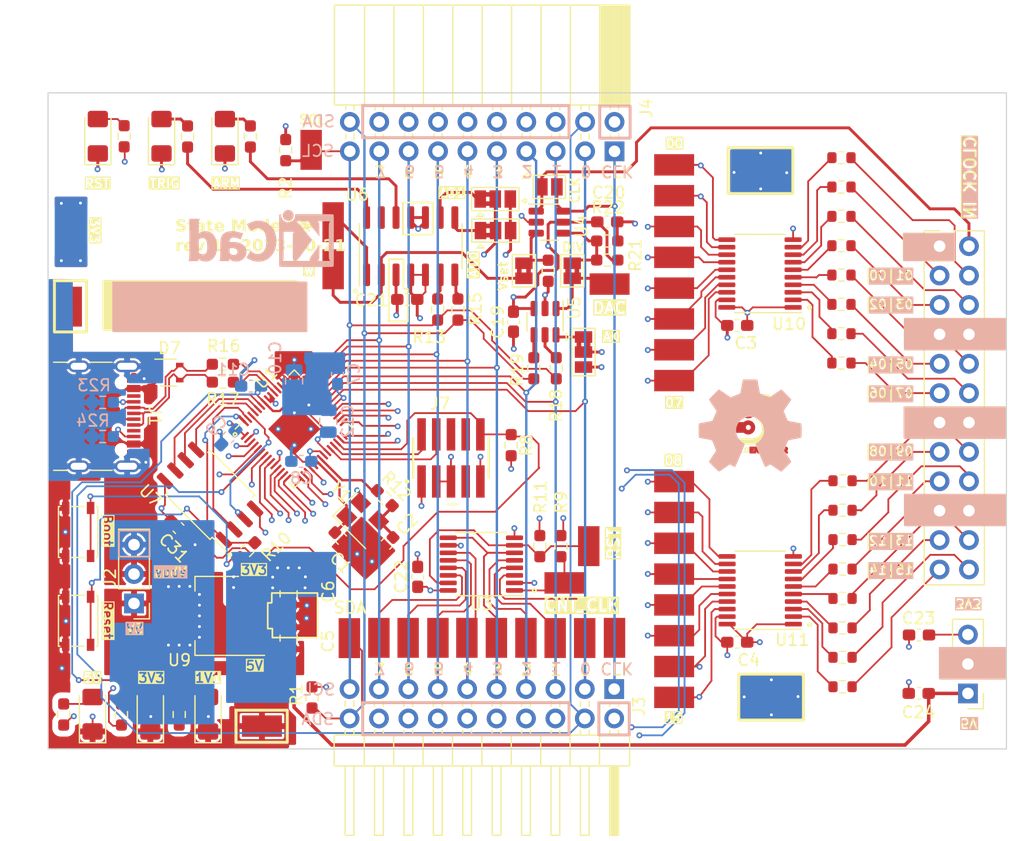
<source format=kicad_pcb>
(kicad_pcb (version 20221018) (generator pcbnew)
  (title_block (title "State Mode Logic Analyzer (Half Design)") (date "2023-10-22") (rev "1") (company "baldengineer.com") (comment 1 "J. Lewis"))
  (layers (0 "F.Cu" signal) (1 "In1.Cu" signal) (2 "In2.Cu" signal) (31 "B.Cu" signal) (34 "B.Paste" user) (35 "F.Paste" user) (36 "B.SilkS" user "B.Silkscreen") (37 "F.SilkS" user "F.Silkscreen") (38 "B.Mask" user) (39 "F.Mask" user) (44 "Edge.Cuts" user))
  (net 0 "")
  (net 1 "GND")
  (net 2 "Net-(C2-Pad1)")
  (net 3 "+5V")
  (net 4 "+3V3")
  (net 5 "+1V1")
  (net 6 "Net-(D1-A)")
  (net 7 "Net-(D2-A)")
  (net 8 "Net-(D3-A)")
  (net 9 "Net-(D4-A)")
  (net 10 "Net-(D5-A)")
  (net 11 "Net-(D6-A)")
  (net 12 "Net-(J1-CC1)")
  (net 14 "Net-(J1-CC2)")
  (net 16 "/IN_CLK")
  (net 17 "/IN00")
  (net 18 "/IN01")
  (net 19 "/IN02")
  (net 20 "/IN03")
  (net 21 "/IN04")
  (net 22 "/IN05")
  (net 23 "/IN06")
  (net 24 "/IN07")
  (net 25 "/IN08")
  (net 26 "/IN09")
  (net 27 "/IN10")
  (net 28 "/IN11")
  (net 29 "/IN12")
  (net 30 "/IN13")
  (net 31 "/IN14")
  (net 32 "/IN15")
  (net 33 "Net-(U3A-CK)")
  (net 34 "Net-(U3A-Reset)")
  (net 35 "Net-(U6-SCL)")
  (net 36 "Net-(U6-SDA)")
  (net 37 "Net-(U5-SCL)")
  (net 38 "Net-(U5-SDA)")
  (net 42 "/AD0")
  (net 43 "/AD1")
  (net 44 "Net-(JP3-A)")
  (net 45 "Net-(JP4-A)")
  (net 46 "/DIV")
  (net 47 "/Vset")
  (net 48 "/SDA")
  (net 49 "/SCL")
  (net 50 "Net-(U6-O2)")
  (net 51 "Net-(U6-O1)")
  (net 52 "Net-(R10-Pad2)")
  (net 53 "/CNT_RESET")
  (net 54 "/TS0")
  (net 55 "/TS1")
  (net 56 "/TS2")
  (net 57 "/TS3")
  (net 58 "/TS4")
  (net 59 "/TS5")
  (net 60 "/TS6")
  (net 61 "/TS7")
  (net 62 "/CNT_CLK")
  (net 63 "/A")
  (net 64 "/CLK")
  (net 65 "/LA_Enable")
  (net 66 "Net-(U1-QSPI_SD3)")
  (net 67 "Net-(U1-QSPI_SCLK)")
  (net 68 "Net-(U1-QSPI_SD0)")
  (net 69 "Net-(U1-QSPI_SD2)")
  (net 70 "Net-(U1-QSPI_SD1)")
  (net 72 "/BUF00")
  (net 73 "/BUF01")
  (net 74 "/BUF02")
  (net 75 "/BUF03")
  (net 76 "/BUF04")
  (net 77 "/BUF05")
  (net 78 "/BUF06")
  (net 79 "/BUF07")
  (net 80 "/BUF08")
  (net 81 "/BUF09")
  (net 82 "/BUF10")
  (net 83 "/BUF11")
  (net 84 "/BUF12")
  (net 85 "/BUF13")
  (net 86 "/BUF14")
  (net 87 "/BUF15")
  (net 89 "/VBUS")
  (net 90 "/A0")
  (net 91 "/A1")
  (net 92 "/A2")
  (net 93 "/A3")
  (net 94 "/A4")
  (net 95 "/A5")
  (net 96 "/A6")
  (net 97 "/A7")
  (net 98 "/A8")
  (net 99 "/A9")
  (net 100 "/A10")
  (net 101 "/A11")
  (net 102 "/A12")
  (net 103 "/A13")
  (net 104 "/A14")
  (net 105 "/A15")
  (net 106 "/W")
  (net 107 "/XIN")
  (net 108 "/USB_DP")
  (net 109 "/SWD")
  (net 110 "/SWCLK")
  (net 111 "/Run")
  (net 112 "/~{CS}")
  (net 113 "/XOUT")
  (net 114 "/DP")
  (net 115 "/USB_DN")
  (net 116 "/DN")
  (footprint "Resistor_SMD:R_0603_1608Metric_Pad0.98x0.95mm_HandSolder" (layer "F.Cu") (at 106.025 69.375 90)
    (fp_text reference "R11")
    (fp_text value "0")
  )
  (footprint "MountingHole:MountingHole_2.7mm" (layer "F.Cu") (at 138.75 33.975)
    (fp_text reference "H1" hide)
    (fp_text value "MountingHole")
  )
  (footprint "Resistor_SMD:R_0603_1608Metric_Pad0.98x0.95mm_HandSolder" (layer "F.Cu") (at 92.625 65.225 -45)
    (fp_text reference "R12")
    (fp_text value "0")
  )
  (footprint "LED_SMD:LED_1206_3216Metric_Pad1.42x1.75mm_HandSolder" (layer "F.Cu") (at 77.375 83.9 90)
    (fp_text reference "D3" hide)
    (fp_text value "1v1")
  )
  (footprint "MountingHole:MountingHole_2.7mm" (layer "F.Cu") (at 71.5 42.975)
    (fp_text reference "H2" hide)
    (fp_text value "MountingHole")
  )
  (footprint "Crystal:Crystal_SMD_3225-4Pin_3.2x2.5mm" (layer "F.Cu") (at 90.725 67 -45)
    (fp_text reference "Y1")
    (fp_text value "ECS-120-18-33-JEM-TR")
  )
  (footprint "Capacitor_SMD:C_0603_1608Metric" (layer "F.Cu") (at 88.875 68.75 -45)
    (fp_text reference "C1")
    (fp_text value "27p")
  )
  (footprint "My Libraries:Harwin-S1751-46-Test-Point" (layer "F.Cu") (at 92.125 77.3 -90)
    (fp_text reference "TP7" hide)
    (fp_text value "TestPoint_Harwin")
  )
  (footprint "My Libraries:Harwin-S1751-46-Test-Point" (layer "F.Cu") (at 102.275 77.3 -90)
    (fp_text reference "TP3" hide)
    (fp_text value "TestPoint_Harwin")
  )
  (footprint "Jumper:SolderJumper-3_P1.3mm_Bridged2Bar12_Pad1.0x1.5mm" (layer "F.Cu") (at 102.2 42.1)
    (fp_text reference "JP1" hide)
    (fp_text value "AD0")
  )
  (footprint "Resistor_SMD:R_0603_1608Metric_Pad0.98x0.95mm_HandSolder" (layer "F.Cu") (at 86.35 82.45 -90)
    (fp_text reference "R1")
    (fp_text value "4k7")
  )
  (footprint "Button_Switch_SMD:SW_SPST_PTS810" (layer "F.Cu") (at 66.15 75.825 -90)
    (fp_text reference "SW1" hide)
    (fp_text value "Reset 0")
  )
  (footprint "Connector_PinHeader_2.54mm:PinHeader_1x03_P2.54mm_Vertical" (layer "F.Cu") (at 143 82.1 180)
    (fp_text reference "J6" hide)
    (fp_text value "Probe Power")
  )
  (footprint "LED_SMD:LED_1206_3216Metric_Pad1.42x1.75mm_HandSolder" (layer "F.Cu") (at 73.35 33.95 90)
    (fp_text reference "D5" hide)
    (fp_text value "Triggered")
  )
  (footprint "My Libraries:Harwin-S1751-46-Test-Point" (layer "F.Cu") (at 112.05 46.725 180)
    (fp_text reference "TP12" hide)
    (fp_text value "TestPoint_Harwin")
  )
  (footprint "My Libraries:Harwin-S1751-46-Test-Point" (layer "F.Cu") (at 117.625 49.739999)
    (fp_text reference "TP105" hide)
    (fp_text value "TestPoint_Harwin")
  )
  (footprint "My Libraries:Harwin-S1751-46-Test-Point" (layer "F.Cu") (at 117.625 69.125)
    (fp_text reference "TP110" hide)
    (fp_text value "TestPoint_Harwin")
  )
  (footprint "Connector_USB:USB_C_Receptacle_GCT_USB4105-xx-A_16P_TopMnt_Horizontal" (layer "F.Cu") (at 67.275 58.15 -90)
    (fp_text reference "J1")
    (fp_text value "USB0")
  )
  (footprint "Resistor_SMD:R_0603_1608Metric" (layer "F.Cu") (at 132.17 68.810714 180)
    (fp_text reference "R35" hide)
    (fp_text value "220")
  )
  (footprint "Resistor_SMD:R_0603_1608Metric" (layer "F.Cu") (at 132.075 51.014284 180)
    (fp_text reference "R31" hide)
    (fp_text value "220")
  )
  (footprint "Capacitor_SMD:C_0603_1608Metric_Pad1.08x0.95mm_HandSolder" (layer "F.Cu") (at 103.75 49.975 -90)
    (fp_text reference "C19")
    (fp_text value "1u")
  )
  (footprint "Resistor_SMD:R_0603_1608Metric" (layer "F.Cu") (at 132.17 66.267857 180)
    (fp_text reference "R34" hide)
    (fp_text value "220")
  )
  (footprint "Capacitor_SMD:C_0603_1608Metric_Pad1.08x0.95mm_HandSolder" (layer "F.Cu") (at 138.75 82.1 180)
    (fp_text reference "C24")
    (fp_text value "1u")
  )
  (footprint "Package_TO_SOT_SMD:SOT-23-6" (layer "F.Cu") (at 106.475 49.975 -90)
    (fp_text reference "U5")
    (fp_text value "MCP4725")
  )
  (footprint "My Libraries:Harwin-S1751-46-Test-Point" (layer "F.Cu") (at 117.625 41.75)
    (fp_text reference "TP102" hide)
    (fp_text value "TestPoint_Harwin")
  )
  (footprint "Resistor_SMD:R_0603_1608Metric" (layer "F.Cu") (at 132.17 78.982142 180)
    (fp_text reference "R39" hide)
    (fp_text value "220")
  )
  (footprint "Resistor_SMD:R_0603_1608Metric_Pad0.98x0.95mm_HandSolder" (layer "F.Cu") (at 107.445 54 -90)
    (fp_text reference "R18")
    (fp_text value "0")
  )
  (footprint "Package_SO:SOIC-8_5.23x5.23mm_P1.27mm" (layer "F.Cu") (at 77.54012 64.94012 135)
    (fp_text reference "U7")
    (fp_text value "IS25LP128F-JBLE")
  )
  (footprint "Resistor_SMD:R_0603_1608Metric" (layer "F.Cu") (at 132.075 35.8 180)
    (fp_text reference "R25" hide)
    (fp_text value "220")
  )
  (footprint "Resistor_SMD:R_0603_1608Metric_Pad0.98x0.95mm_HandSolder" (layer "F.Cu") (at 106.75 45.575 -90)
    (fp_text reference "R20" hide)
    (fp_text value "DNP")
  )
  (footprint "Package_TO_SOT_SMD:SOT-353_SC-70-5" (layer "F.Cu") (at 73.975 54.375)
    (fp_text reference "D7")
    (fp_text value "BZA856AVL")
  )
  (footprint "My Libraries:Harwin-S1751-46-Test-Point" (layer "F.Cu") (at 126.025 82.4)
    (fp_text reference "TP18" hide)
    (fp_text value "TestPoint_Harwin")
  )
  (footprint "Capacitor_SMD:C_0603_1608Metric_Pad1.08x0.95mm_HandSolder" (layer "F.Cu") (at 94.575 48.05 180)
    (fp_text reference "C21")
    (fp_text value "1u")
  )
  (footprint "Resistor_SMD:R_0603_1608Metric" (layer "F.Cu") (at 132.075 43.407142 180)
    (fp_text reference "R28" hide)
    (fp_text value "220")
  )
  (footprint "My Libraries:Harwin-S1751-46-Test-Point" (layer "F.Cu") (at 117.625 36.423334)
    (fp_text reference "TP100" hide)
    (fp_text value "TestPoint_Harwin")
  )
  (footprint "My Libraries:Harwin-S1751-46-Test-Point" (layer "F.Cu") (at 117.625 71.788333)
    (fp_text reference "TP111" hide)
    (fp_text value "TestPoint_Harwin")
  )
  (footprint "Resistor_SMD:R_0603_1608Metric_Pad0.98x0.95mm_HandSolder" (layer "F.Cu") (at 105.505 54 -90)
    (fp_text reference "R19")
    (fp_text value "0")
  )
  (footprint "My Libraries:Harwin-S1751-46-Test-Point" (layer "F.Cu") (at 109.9 77.315 -90)
    (fp_text reference "TP0" hide)
    (fp_text value "TestPoint_Harwin")
  )
  (footprint "My Libraries:Harwin-S1751-46-Test-Point" (layer "F.Cu") (at 117.625 52.403332)
    (fp_text reference "TP106" hide)
    (fp_text value "TestPoint_Harwin")
  )
  (footprint "LED_SMD:LED_1206_3216Metric_Pad1.42x1.75mm_HandSolder" (layer "F.Cu") (at 78.825 33.95 90)
    (fp_text reference "D4" hide)
    (fp_text value "Armed")
  )
  (footprint "My Libraries:Harwin-S1751-46-Test-Point" (layer "F.Cu") (at 89.575 77.325 90)
    (fp_text reference "TP8" hide)
    (fp_text value "TestPoint_Harwin")
  )
  (footprint "Package_TO_SOT_SMD:TSOT-23-6" (layer "F.Cu") (at 106.85 41.375)
    (fp_text reference "U4")
    (fp_text value "LTC6994xS6-1")
  )
  (footprint "LED_SMD:LED_1206_3216Metric_Pad1.42x1.75mm_HandSolder" (layer "F.Cu") (at 67.395 83.9 90)
    (fp_text reference "D1" hide)
    (fp_text value "5V")
  )
  (footprint "LED_SMD:LED_1206_3216Metric_Pad1.42x1.75mm_HandSolder" (layer "F.Cu") (at 67.85 33.95 90)
    (fp_text reference "D6" hide)
    (fp_text value "2040_L0")
  )
  (footprint "Resistor_SMD:R_0603_1608Metric" (layer "F.Cu") (at 132.075 48.47857 180)
    (fp_text reference "R30" hide)
    (fp_text value "220")
  )
  (footprint "Resistor_SMD:R_0603_1608Metric_Pad0.98x0.95mm_HandSolder" (layer "F.Cu") (at 84.075 35.15 -90)
    (fp_text reference "R2")
    (fp_text value "4k7")
  )
  (footprint "Capacitor_SMD:C_0603_1608Metric_Pad1.08x0.95mm_HandSolder" (layer "F.Cu") (at 123.075 50.3 180)
    (fp_text reference "C3")
    (fp_text value "1u")
  )
  (footprint "Resistor_SMD:R_0603_1608Metric_Pad0.98x0.95mm_HandSolder" (layer "F.Cu") (at 111.85 44.65 180)
    (fp_text reference "R21")
    (fp_text value "DNP")
  )
  (footprint "Capacitor_SMD:C_0805_2012Metric" (layer "F.Cu") (at 84.325 73.5 -90)
    (fp_text reference "C6")
    (fp_text value "1u")
  )
  (footprint "Jumper:SolderJumper-2_P1.3mm_Open_Pad1.0x1.5mm" (layer "F.Cu") (at 106.85 38.325 180)
    (fp_text reference "JP6" hide)
    (fp_text value "CLK Bypass")
  )
  (footprint "Resistor_SMD:R_0603_1608Metric" (layer "F.Cu") (at 132.17 81.525 180)
    (fp_text reference "R40" hide)
    (fp_text value "220")
  )
  (footprint "My Libraries:BE5v2" (layer "F.Cu") (at 122.425 56.325)
    (fp_text reference "svg2mod" hide)
    (fp_text value "G***" hide)
  )
  (footprint "My Libraries:Harwin-S1751-46-Test-Point" (layer "F.Cu") (at 117.625 66.461667)
    (fp_text reference "TP109" hide)
    (fp_text value "TestPoint_Harwin")
  )
  (footprint "Resistor_SMD:R_0603_1608Metric_Pad0.98x0.95mm_HandSolder" (layer "F.Cu") (at 69.89 83.9225 90)
    (fp_text reference "R6" hide)
    (fp_text value "4k7")
  )
  (footprint "Jumper:SolderJumper-3_P1.3mm_Bridged2Bar12_Pad1.0x1.5mm" (layer "F.Cu") (at 109.8 52.6 -90)
    (fp_text reference "JP3" hide)
    (fp_text value "A0")
  )
  (footprint "My Libraries:Harwin-S1751-46-Test-Point" (layer "F.Cu") (at 117.625 39.086667)
    (fp_text reference "TP101" hide)
    (fp_text value "TestPoint_Harwin")
  )
  (footprint "My Libraries:Harwin-S1751-46-Test-Point" (layer "F.Cu") (at 117.625 77.114999)
    (fp_text reference "TP113" hide)
    (fp_text value "TestPoint_Harwin")
  )
  (footprint "Package_TO_SOT_SMD:SOT-223" (layer "F.Cu") (at 78.15 75.4 180)
    (fp_text reference "U9")
    (fp_text value "MCP1826S")
  )
  (footprint "My Libraries:Harwin-S1751-46-Test-Point" (layer "F.Cu") (at 94.65 77.3 -90)
    (fp_text reference "TP6" hide)
    (fp_text value "TestPoint_Harwin")
  )
  (footprint "FTSH-105-01-L-DV-K:SAMTEC_FTSH-105-XX-X-DV" (layer "F.Cu") (at 98.35 61.75)
    (fp_text reference "J7")
    (fp_text value "SWD0")
  )
  (footprint "Resistor_SMD:R_0603_1608Metric" (layer "F.Cu") (at 132.17 71.353571 180)
    (fp_text reference "R36" hide)
    (fp_text value "220")
  )
  (footprint "Jumper:SolderJumper-2_P1.3mm_Bridged2Bar_Pad1.0x1.5mm" (layer "F.Cu") (at 104.65 45.575 90)
    (fp_text reference "JP5" hide)
    (fp_text value "DAC Disable")
  )
  (footprint "My Libraries:Harwin-S1751-46-Test-Point" (layer "F.Cu") (at 99.725 77.3 -90)
    (fp_text reference "TP4" hide)
    (fp_text value "TestPoint_Harwin")
  )
  (footprint "Resistor_SMD:R_0603_1608Metric_Pad0.98x0.95mm_HandSolder" (layer "F.Cu") (at 111.85 43)
    (fp_text reference "R22")
    (fp_text value "DNP")
  )
  (footprint "MountingHole:MountingHole_2.7mm" (layer "F.Cu") (at 124.975 66.25)
    (fp_text reference "H3" hide)
    (fp_text value "MountingHole")
  )
  (footprint "Connector_PinHeader_2.54mm:PinHeader_2x12_P2.54mm_Vertical" (layer "F.Cu") (at 140.55 43.45)
    (fp_text reference "J5" hide)
    (fp_text value "Probe")
  )
  (footprint "Capacitor_SMD:C_0603_1608Metric_Pad1.08x0.95mm_HandSolder" (layer "F.Cu") (at 95.475 72.025 90)
    (fp_text reference "C22")
    (fp_text value "1u")
  )
  (footprint "Capacitor_SMD:C_0603_1608Metric_Pad1.08x0.95mm_HandSolder" (layer "F.Cu") (at 138.775 77.05 180)
    (fp_text reference "C23")
    (fp_text value "1u")
  )
  (footprint "My Libraries:Harwin-S1751-46-Test-Point" (layer "F.Cu") (at 97.225 77.3 -90)
    (fp_text reference "TP5" hide)
    (fp_text value "TestPoint_Harwin")
  )
  (footprint "My Libraries:Harwin-S1751-46-Test-Point" (layer "F.Cu") (at 65.55 48.675 90)
    (fp_text reference "TP19" hide)
    (fp_text value "TestPoint_Harwin")
  )
  (footprint "Resistor_SMD:R_0603_1608Metric_Pad0.98x0.95mm_HandSolder" (layer "F.Cu") (at 64.9 83.9225 90)
    (fp_text reference "R5" hide)
    (fp_text value "4k7")
  )
  (footprint "Resistor_SMD:R_0603_1608Metric_Pad0.98x0.95mm_HandSolder" (layer "F.Cu") (at 75.6 33.9725 90)
    (fp_text reference "R4" hide)
    (fp_text value "1k")
  )
  (footprint "Resistor_SMD:R_0603_1608Metric_Pad0.98x0.95mm_HandSolder" (layer "F.Cu") (at 98.95 48.925 -90)
    (fp_text reference "R15")
    (fp_text value "0")
  )
  (footprint "My Libraries:Harwin-S1751-46-Test-Point" (layer "F.Cu") (at 108.15 72.55)
    (fp_text reference "TP10" hide)
    (fp_text value "TestPoint_Harwin")
  )
  (footprint "Resistor_SMD:R_0603_1608Metric" (layer "F.Cu") (at 132.075 45.942856 180)
    (fp_text reference "R29" hide)
    (fp_text value "220")
  )
  (footprint "My Libraries:Harwin-S1751-46-Test-Point" (layer "F.Cu") (at 88.175 41.375 90)
    (fp_text reference "TP13" hide)
    (fp_text value "TestPoint_Harwin")
  )
  (footprint "My Libraries:Harwin-S1751-46-Test-Point" (layer "F.Cu") (at 86.275 35.125 -90)
    (fp_text reference "TP9" hide)
    (fp_text value "TestPoint_Harwin")
  )
  (footprint "Capacitor_SMD:C_0603_1608Metric_Pad1.08x0.95mm_HandSolder" (layer "F.Cu") (at 74.81512 67.81512 -45)
    (fp_text reference "C31")
    (fp_text value "1u")
  )
  (footprint "Resistor_SMD:R_0603_1608Metric_Pad0.98x0.95mm_HandSolder" (layer "F.Cu") (at 78.65 53.65 180)
    (fp_text reference "R16")
    (fp_text value "27")
  )
  (footprint "Resistor_SMD:R_0603_1608Metric_Pad0.98x0.95mm_HandSolder" (layer "F.Cu") (at 80.76512 69.72762 -135)
    (fp_text reference "R10")
    (fp_text value "1k")
  )
  (footprint "My Libraries:Harwin-S1751-46-Test-Point" (layer "F.Cu") (at 65.575 42.1 90)
    (fp_text reference "TP15" hide)
    (fp_text value "TestPoint_Harwin")
  )
  (footprint "My Libraries:Harwin-S1751-46-Test-Point" (layer "F.Cu") (at 117.625 63.798334)
    (fp_text reference "TP108" hide)
    (fp_text value "TestPoint_Harwin")
  )
  (footprint "Connector_PinHeader_2.54mm:PinHeader_2x10_P2.54mm_Horizontal" (layer "F.Cu") (at 112.45 81.725 -90)
    (fp_text reference "J3")
    (fp_text value "Exp Out")
  )
  (footprint "Connector_PinHeader_2.54mm:PinHeader_1x03_P2.54mm_Vertical" (layer "F.Cu") (at 70.975 74.325 180)
    (fp_text reference "J2")
    (fp_text value "5V USB0")
  )
  (footprint "Resistor_SMD:R_0603_1608Metric_Pad0.98x0.95mm_HandSolder" (layer "F.Cu") (at 74.88 83.9225 90)
    (fp_text reference "R7" hide)
    (fp_text value "4k7")
  )
  (footprint "My Libraries:Harwin-S1751-46-Test-Point" (layer "F.Cu") (at 117.625 82.44167)
    (fp_text reference "TP115" hide)
    (fp_text value "TestPoint_Harwin")
  )
  (footprint "My Libraries:Harwin-S1751-46-Test-Point" (layer "F.Cu") (at 117.625 55.066665)
    (fp_text reference "TP107" hide)
    (fp_text value "TestPoint_Harwin")
  )
  (footprint "My Libraries:Harwin-S1751-46-Test-Point" (layer "F.Cu") (at 112.475 77.3 -90)
    (fp_text reference "TP133" hide)
    (fp_text value "TestPoint_Harwin")
  )
  (footprint "My Libraries:Harwin-S1751-46-Test-Point" (layer "F.Cu") (at 88.175 45.45 -90)
    (fp_text reference "TP14" hide)
    (fp_text value "TestPoint_Harwin")
  )
  (footprint "Package_SO:TSSOP-20_4.4x6.5mm_P0.65mm" (layer "F.Cu") (at 125.0375 45.8125 180)
    (fp_text reference "U10")
    (fp_text value "74LVC245APW")
  )
  (footprint "My Libraries:Harwin-S1751-46-Test-Point" (layer "F.Cu") (at 117.625 47.076666)
    (fp_text reference "TP104" hide)
    (fp_text value "TestPoint_Harwin")
  )
  (footprint "Resistor_SMD:R_0603_1608Metric_Pad0.98x0.95mm_HandSolder" (layer "F.Cu") (at 81.025 33.9725 90)
    (fp_text reference "R3" hide)
    (fp_text value "1k")
  )
  (footprint "Jumper:SolderJumper-2_P1.3mm_Bridged2Bar_Pad1.0x1.5mm" (layer "F.Cu") (at 108.825 45.575 90)
    (fp_text reference "JP4" hide)
    (fp_text value "DAC Disable")
  )
  (footprint "My Libraries:Harwin-S1751-46-Test-Point" (layer "F.Cu") (at 104.825 77.3 -90)
    (fp_text reference "TP2" hide)
    (fp_text value "TestPoint_Harwin")
  )
  (footprint "Resistor_SMD:R_0603_1608Metric" (layer "F.Cu") (at 132.17 76.439285 180)
    (fp_text reference "R38" hide)
    (fp_text value "220")
  )
  (footprint "My Libraries:Harwin-S1751-46-Test-Point" (layer "F.Cu") (at 117.625 79.778332)
    (fp_text reference "TP114" hide)
    (fp_text value "TestPoint_Harwin")
  )
  (footprint "Connector_PinSocket_2.54mm:PinSocket_2x10_P2.54mm_Horizontal" (layer "F.Cu") (at 112.475 35.25 -90)
    (fp_text reference "J4")
    (fp_text value "Exp In")
  )
  (footprint "Capacitor_SMD:C_0603_1608Metric_Pad1.08x0.95mm_HandSolder" (layer "F.Cu") (at 123.075 77.675 180)
    (fp_text reference "C4")
    (fp_text value "1u")
  )
  (footprint "Resistor_SMD:R_0603_1608Metric_Pad0.98x0.95mm_HandSolder" (layer "F.Cu") (at 97.2 48.925 -90)
    (fp_text reference "R13")
    (fp_text value "0")
  )
  (footprint "Package_DFN_QFN:QFN-56-1EP_7x7mm_P0.4mm_EP3.2x3.2mm" (layer "F.Cu") (at 84.818629 59.25 45)
    (fp_text reference "U1")
    (fp_text value "RP2040")
  )
  (footprint "Resistor_SMD:R_0603_1608Metric_Pad0.98x0.95mm_HandSolder" (layer "F.Cu") (at 78.65 55.2 180)
    (fp_text reference "R17")
    (fp_text value "27")
  )
  (footprint "Resistor_SMD:R_0603_1608Metric" (layer "F.Cu") (at 132.17 63.725 180)
    (fp_text reference "R33" hide)
    (fp_text value "220")
  )
  (footprint "Package_SO:TSSOP-20_4.4x6.5mm_P0.65mm" (layer "F.Cu") (at 125.0625 73.1875 180)
    (fp_text reference "U11")
    (fp_text value "74LVC245APW")
  )
  (footprint "Capacitor_SMD:C_0603_1608Metric" (layer "F.Cu") (at 92.8 69.175 -135)
    (fp_text reference "C2")
    (fp_text value "27p")
  )
  (footprint "My Libraries:Harwin-S1751-46-Test-Point" (layer "F.Cu") (at 117.625 44.413333)
    (fp_text reference "TP103" hide)
    (fp_text value "TestPoint_Harwin")
  )
  (footprint "Resistor_SMD:R_0603_1608Metric_Pad0.98x0.95mm_HandSolder" (layer "F.Cu") (at 103.55 60.65 90)
    (fp_text reference "R8")
    (fp_text value "4k7")
  )
  (footprint "Resistor_SMD:R_0603_1608Metric_Pad0.98x0.95mm_HandSolder" (layer "F.Cu") (at 107.85 69.375 90)
    (fp_text reference "R9")
    (fp_text value "0")
  )
  (footprint "My Libraries:Harwin-S1751-46-Test-Point" (layer "F.Cu") (at 110.25 69.375 -90)
    (fp_text reference "TP11" hide)
    (fp_text value "TestPoint_Harwin")
  )
  (footprint "Resistor_SMD:R_0603_1608Metric_Pad0.98x0.95mm_HandSolder" (layer "F.Cu") (at 70.125 33.95 90)
    (fp_text reference "R14" hide)
    (fp_text value "1k")
  )
  (footprint "LED_SMD:LED_1206_3216Metric_Pad1.42x1.75mm_HandSolder" (layer "F.Cu") (at 72.385 83.9 90)
    (fp_text reference "D2" hide)
    (fp_text value "3v3")
  )
  (footprint "Capacitor_SMD:C_0805_2012Metric" (layer "F.Cu") (at 84.325 77.325 90)
    (fp_text reference "C5")
    (fp_text value "10u")
  )
  (footprint "Resistor_SMD:R_0603_1608Metric" (layer "F.Cu") (at 132.075 40.871428 180)
    (fp_text reference "R27" hide)
    (fp_text value "220")
  )
  (footprint "Resistor_SMD:R_0603_1608Metric" (layer "F.Cu") (at 132.075 38.335714 180)
    (fp_text reference "R26" hide)
    (fp_text value "220")
  )
  (footprint "Capacitor_SMD:C_0603_1608Metric_Pad1.08x0.95mm_HandSolder" (layer "F.Cu") (at 111.85 41.35)
    (fp_text reference "C20")
    (fp_text value "1u")
  )
  (footprint "Jumper:SolderJumper-3_P1.3mm_Bridged2Bar12_Pad1.0x1.5mm" (layer "F.Cu") (at 102.175 39.375)
    (fp_text reference "JP2" hide)
    (fp_text value "AD1")
  )
  (footprint "Package_SO:SOIC-14_3.9x8.7mm_P1.27mm" (layer "F.Cu") (at 94.875 43.45 90)
    (fp_text reference "U6")
    (fp_text value "AD5241BRZ1M")
  )
  (footprint "Resistor_SMD:R_0603_1608Metric" (layer "F.Cu") (at 132.17 73.896428 180)
    (fp_text reference "R37" hide)
    (fp_text value "220")
  )
  (footprint "Package_SO:TSSOP-16_4.4x5mm_P0.65mm" (layer "F.Cu") (at 100.975 70.925 180)
    (fp_text reference "U3")
    (fp_text value "74HC4520D")
  )
  (footprint "My Libraries:Harwin-S1751-46-Test-Point" (layer "F.Cu") (at 82.025 84.925)
    (fp_text reference "TP16" hide)
    (fp_text value "TestPoint_Harwin")
  )
  (footprint "Resistor_SMD:R_0603_1608Metric" (layer "F.Cu") (at 132.075 53.55 180)
    (fp_text reference "R32" hide)
    (fp_text value "220")
  )
  (footprint "My Libraries:Harwin-S1751-46-Test-Point" (layer "F.Cu") (at 107.35 77.315 -90)
    (fp_text reference "TP1" hide)
    (fp_text value "TestPoint_Harwin")
  )
  (footprint "Button_Switch_SMD:SW_SPST_PTS810" (layer "F.Cu") (at 66.15 68.15 -90)
    (fp_text reference "SW2" hide)
    (fp_text value "Boot 0")
  )
  (footprint "My Libraries:Harwin-S1751-46-Test-Point" (layer "F.Cu") (at 117.625 74.451666)
    (fp_text reference "TP112" hide)
    (fp_text value "TestPoint_Harwin")
  )
  (footprint "My Libraries:Harwin-S1751-46-Test-Point" (layer "F.Cu") (at 125.1 37.1)
    (fp_text reference "TP17" hide)
    (fp_text value "TestPoint_Harwin")
  )
  (footprint "Capacitor_SMD:C_0603_1608Metric_Pad1.08x0.95mm_HandSolder" (layer "B.Cu") (at 81.0875 55.55 180)
    (fp_text reference "C11")
    (fp_text value "1u")
  )
  (footprint "Resistor_SMD:R_0603_1608Metric_Pad0.98x0.95mm_HandSolder" (layer "B.Cu") (at 68.275 56.95 180)
    (fp_text reference "R23")
    (fp_text value "5k1")
  )
  (footprint "Symbol:KiCad-Logo_5mm_SilkScreen" (layer "B.Cu") (at 81.95 43.3 180)
    (fp_text reference "REF**" hide)
    (fp_text value "KiCad-Logo_5mm_SilkScreen" hide)
  )
  (footprint "Capacitor_SMD:C_0603_1608Metric_Pad1.08x0.95mm_HandSolder" (layer "B.Cu") (at 88.55 54.5 90)
    (fp_text reference "C7")
    (fp_text value "1u")
  )
  (footprint "Capacitor_SMD:C_0603_1608Metric_Pad1.08x0.95mm_HandSolder" (layer "B.Cu") (at 85.425 62.05 180)
    (fp_text reference "C8")
    (fp_text value "1u")
  )
  (footprint "Capacitor_SMD:C_0603_1608Metric_Pad1.08x0.95mm_HandSolder" (layer "B.Cu") (at 79.125 59.975 -135)
    (fp_text reference "C9")
    (fp_text value "1u")
  )
  (footprint "Capacitor_SMD:C_0805_2012Metric" (layer "B.Cu") (at 87.75 58.575 90)
    (fp_text reference "C12")
    (fp_text value "10u")
  )
  (footprint "Capacitor_SMD:C_0805_2012Metric" (layer "B.Cu") (at 84.8 55.1 -90)
    (fp_text reference "C10")
    (fp_text value "10u")
  )
  (footprint "Resistor_SMD:R_0603_1608Metric_Pad0.98x0.95mm_HandSolder" (layer "B.Cu") (at 68.275 59.9 180)
    (fp_text reference "R24")
    (fp_text value "5k1")
  )
  (footprint "Symbol:OSHW-Symbol_8.9x8mm_SilkScreen" (layer "B.Cu") (at 124.2 58.975 180)
    (fp_text reference "REF**" hide)
    (fp_text value "OSHW-Symbol_8.9x8mm_SilkScreen" hide)
  )
  (gr_rect (start 69.175 46.575) (end 85.875 50.8) (stroke (width 0.15)) (fill solid) (layer "B.SilkS"))
  (gr_rect (start 90.725 31.3) (end 108.55 34.075) (stroke (width 0.254)) (fill none) (layer "B.SilkS"))
  (gr_rect (start 69.675 68.025) (end 72.325 70.275) (stroke (width 0.15)) (fill none) (layer "B.SilkS"))
  (gr_rect (start 137.475 42.375) (end 141.775 44.675) (stroke (width 0.15)) (fill solid) (layer "B.SilkS"))
  (gr_rect (start 111.125 82.9125) (end 113.75 85.6875) (stroke (width 0.254)) (fill none) (layer "B.SilkS"))
  (gr_rect (start 137.596875 49.775) (end 146.203126 52.328126) (stroke (width 0.254)) (fill solid) (layer "B.SilkS"))
  (gr_rect (start 137.571875 57.425) (end 146.178126 59.978126) (stroke (width 0.254)) (fill solid) (layer "B.SilkS"))
  (gr_rect (start 137.596875 64.975) (end 146.203126 67.528126) (stroke (width 0.254)) (fill solid) (layer "B.SilkS"))
  (gr_rect (start 111.2 31.3375) (end 113.825 34.1125) (stroke (width 0.254)) (fill none) (layer "B.SilkS"))
  (gr_rect (start 140.621874 78.221874) (end 146.203125 80.775) (stroke (width 0.254)) (fill solid) (layer "B.SilkS"))
  (gr_rect (start 90.725 82.9) (end 108.55 85.675) (stroke (width 0.254)) (fill none) (layer "B.SilkS"))
  (gr_rect (start 79.7875 83.55) (end 84.2125 86.325) (stroke (width 0.254)) (fill none) (layer "F.SilkS"))
  (gr_rect (start 123.209375 80.434374) (end 128.790625 84.4) (stroke (width 0.254)) (fill none) (layer "F.SilkS"))
  (gr_rect (start 68.328447 46.45) (end 85.028447 50.675) (stroke (width 0.15)) (fill solid) (layer "F.SilkS"))
  (gr_rect (start 122.29375 34.934374) (end 127.875 38.9) (stroke (width 0.254)) (fill none) (layer "F.SilkS"))
  (gr_circle (center 79.25 70.125) (end 79.15 70.225) (stroke (width 0.15)) (fill none) (layer "F.SilkS"))
  (gr_rect (start 137.559374 57.421874) (end 146.165625 59.975) (stroke (width 0.254)) (fill solid) (layer "F.SilkS"))
  (gr_rect (start 137.646874 64.975) (end 146.253125 67.528126) (stroke (width 0.254)) (fill solid) (layer "F.SilkS"))
  (gr_circle (center 90.075 47.325) (end 89.975 47.425) (stroke (width 0.15)) (fill none) (layer "F.SilkS"))
  (gr_circle (center 104.725 39.525) (end 104.625 39.625) (stroke (width 0.15)) (fill none) (layer "F.SilkS"))
  (gr_line (start 98.05 65.775) (end 98.95 65.775) (stroke (width 0.15)) (layer "F.SilkS"))
  (gr_rect (start 94.2 39.675) (end 96.775 42.45) (stroke (width 0.15)) (fill none) (layer "F.SilkS"))
  (gr_rect (start 137.45 42.35) (end 141.75 44.65) (stroke (width 0.15)) (fill solid) (layer "F.SilkS"))
  (gr_rect (start 137.596874 49.775) (end 146.203125 52.328126) (stroke (width 0.254)) (fill solid) (layer "F.SilkS"))
  (gr_poly (pts (xy 93 44.575) (xy 92.975 44.6) (xy 92.975 49.95) (xy 94.625 49.95) (xy 94.625 47.15) (xy 94.525 47.15) (xy 94.275 47.15) (xy 94.25 47.125) (xy 94.25 44.575)) (stroke (width 0.15)) (fill none) (layer "F.SilkS"))
  (gr_circle (center 129.325 76.175) (end 129.225 76.275) (stroke (width 0.15)) (fill none) (layer "F.SilkS"))
  (gr_circle (center 129.325 48.75) (end 129.225 48.85) (stroke (width 0.15)) (fill none) (layer "F.SilkS"))
  (gr_circle (center 79.7 59.725) (end 79.6 59.825) (stroke (width 0.15)) (fill none) (layer "F.SilkS"))
  (gr_circle (center 105.55 73.2) (end 105.45 73.3) (stroke (width 0.15)) (fill none) (layer "F.SilkS"))
  (gr_rect (start 140.625 78.223437) (end 146.206251 80.776563) (stroke (width 0.254)) (fill solid) (layer "F.SilkS"))
  (gr_poly (pts (xy 82.525 74.275) (xy 82.85 74.275) (xy 82.875 74.25) (xy 82.875 73.425) (xy 86.825 73.425) (xy 86.825 77.275) (xy 86.775 77.275) (xy 82.925 77.275) (xy 82.925 76.5) (xy 82.525 76.5)) (stroke (width 0.15)) (fill none) (layer "F.SilkS"))
  (gr_rect (start 64.1 46.4375) (end 66.875 50.8625) (stroke (width 0.254)) (fill none) (layer "F.SilkS"))
  (gr_rect (start 63.55 30.2) (end 146.325 86.9) (stroke (width 0.1)) (fill none) (layer "Edge.Cuts"))
  (gr_text "7" (at 91.615476 79.325 180) (layer "B.SilkS") (effects (font (size 1 1)) (justify left bottom mirror)))
  (gr_text "1" (at 106.865476 79.325 180) (layer "B.SilkS") (effects (font (size 1 1)) (justify left bottom mirror)))
  (gr_text "6" (at 94.215476 36.375 180) (layer "B.SilkS") (effects (font (size 1 1)) (justify left bottom mirror)))
  (gr_text "2" (at 104.365476 36.375 180) (layer "B.SilkS") (effects (font (size 1 1)) (justify left bottom mirror)))
  (gr_text "0" (at 109.390476 79.325 180) (layer "B.SilkS") (effects (font (size 1 1)) (justify left bottom mirror)))
  (gr_text "09|08" (at 138.374524 61.65) (layer "B.SilkS" knockout) (effects (font (size 0.8 0.8) (thickness 0.15) bold) (justify left bottom mirror)))
  (gr_text "1" (at 106.915476 36.375 180) (layer "B.SilkS") (effects (font (size 1 1)) (justify left bottom mirror)))
  (gr_text "CLK" (at 111.165476 79.35 180) (layer "B.SilkS") (effects (font (size 1 1)) (justify left bottom mirror)))
  (gr_text "3" (at 101.840476 36.375 180) (layer "B.SilkS") (effects (font (size 1 1)) (justify left bottom mirror)))
  (gr_text "07|06" (at 138.374524 56.625) (layer "B.SilkS" knockout) (effects (font (size 0.8 0.8) (thickness 0.15) bold) (justify left bottom mirror)))
  (gr_text "SCL" (at 88.35 35.8) (layer "B.SilkS") (effects (font (size 1 1)) (justify left bottom mirror)))
  (gr_text "Vbus" (at 75.6 72.1) (layer "B.SilkS" knockout) (effects (font (size 0.8 0.8) (thickness 0.15) bold) (justify left bottom mirror)))
  (gr_text "15|14" (at 138.374524 71.9) (layer "B.SilkS" knockout) (effects (font (size 0.8 0.8) (thickness 0.15) bold) (justify left bottom mirror)))
  (gr_text "01|00" (at 138.374524 46.45) (layer "B.SilkS" knockout) (effects (font (size 0.8 0.8) (thickness 0.15) bold) (justify left bottom mirror)))
  (gr_text "0" (at 109.440476 36.375 180) (layer "B.SilkS") (effects (font (size 1 1)) (justify left bottom mirror)))
  (gr_text "SDA" (at 88.425 33.25) (layer "B.SilkS") (effects (font (size 1 1)) (justify left bottom mirror)))
  (gr_text "5V" (at 142.25 84.2 180) (layer "B.SilkS" knockout) (effects (font (size 0.8 0.8) (thickness 0.15) bold) (justify left bottom mirror)))
  (gr_text "5" (at 96.765476 36.375 180) (layer "B.SilkS") (effects (font (size 1 1)) (justify left bottom mirror)))
  (gr_text "5" (at 96.715476 79.325 180) (layer "B.SilkS") (effects (font (size 1 1)) (justify left bottom mirror)))
  (gr_text "5V" (at 71.875 76.975) (layer "B.SilkS" knockout) (effects (font (size 0.8 0.8) (thickness 0.15) bold) (justify left bottom mirror)))
  (gr_text "6" (at 94.165476 79.325 180) (layer "B.SilkS") (effects (font (size 1 1)) (justify left bottom mirror)))
  (gr_text "7" (at 91.665476 36.375 180) (layer "B.SilkS") (effects (font (size 1 1)) (justify left bottom mirror)))
  (gr_text "03|02" (at 138.374524 48.95) (layer "B.SilkS" knockout) (effects (font (size 0.8 0.8) (thickness 0.15) bold) (justify left bottom mirror)))
  (gr_text "3V3" (at 141.85 73.85 180) (layer "B.SilkS" knockout) (effects (font (size 0.8 0.8) (thickness 0.15) bold) (justify left bottom mirror)))
  (gr_text "4" (at 99.290476 36.375 180) (layer "B.SilkS") (effects (font (size 1 1)) (justify left bottom mirror)))
  (gr_text "11|10" (at 138.374524 64.225) (layer "B.SilkS" knockout) (effects (font (size 0.8 0.8) (thickness 0.15) bold) (justify left bottom mirror)))
  (gr_text "SCL" (at 88.45 82.35) (layer "B.SilkS") (effects (font (size 1 1)) (justify left bottom mirror)))
  (gr_text "CLOCK IN" (at 143.8 33.825 90) (layer "B.SilkS" knockout) (effects (font (size 1 1) (thickness 0.2) bold) (justify left bottom mirror)))
  (gr_text "2" (at 104.315476 79.325 180) (layer "B.SilkS") (effects (font (size 1 1)) (justify left bottom mirror)))
  (gr_text "3" (at 101.790476 79.325 180) (layer "B.SilkS") (effects (font (size 1 1)) (justify left bottom mirror)))
  (gr_text "SDA" (at 88.35 84.9) (layer "B.SilkS") (effects (font (size 1 1)) (justify left bottom mirror)))
  (gr_text "13|12" (at 138.374524 69.375) (layer "B.SilkS" knockout) (effects (font (size 0.8 0.8) (thickness 0.15) bold) (justify left bottom mirror)))
  (gr_text "CLK" (at 111.215476 36.4 180) (layer "B.SilkS") (effects (font (size 1 1)) (justify left bottom mirror)))
  (gr_text "05|04" (at 138.374524 54.125) (layer "B.SilkS" knockout) (effects (font (size 0.8 0.8) (thickness 0.15) bold) (justify left bottom mirror)))
  (gr_text "4" (at 99.240476 79.325 180) (layer "B.SilkS") (effects (font (size 1 1)) (justify left bottom mirror)))
  (gr_text "A0" (at 111.375 51.75) (layer "F.SilkS" knockout) (effects (font (size 0.8 0.8) (thickness 0.15) bold) (justify left bottom)))
  (gr_text "11|10" (at 134.25 64.225) (layer "F.SilkS" knockout) (effects (font (size 0.8 0.8) (thickness 0.15) bold) (justify left bottom)))
  (gr_text "1V1" (at 76.175 81.225) (layer "F.SilkS" knockout) (effects (font (size 0.8 0.8) (thickness 0.15) bold) (justify left bottom)))
  (gr_text "Boot" (at 68.225 66.55 -90) (layer "F.SilkS" knockout) (effects (font (size 0.8 0.8) (thickness 0.15) bold) (justify left bottom)))
  (gr_text "AD1" (at 97.25 39.325) (layer "F.SilkS" knockout) (effects (font (size 0.8 0.8) (thickness 0.15) bold) (justify left bottom)))
  (gr_text "3V3" (at 141.85 74.875) (layer "F.SilkS" knockout) (effects (font (size 0.8 0.8) (thickness 0.15) bold) (justify left bottom)))
  (gr_text "7" (at 91.6 80.65) (layer "F.SilkS") (effects (font (size 1 1)) (justify left bottom)))
  (gr_text "6" (at 94.15 80.65) (layer "F.SilkS") (effects (font (size 1 1)) (justify left bottom)))
  (gr_text "Vset" (at 103.325 47.375 90) (layer "F.SilkS") (effects (font (size 0.8 0.8) (thickness 0.15) bold) (justify left bottom)))
  (gr_text "A" (at 85.625 41.825) (layer "F.SilkS" knockout) (effects (font (size 0.8 0.8) (thickness 0.15) bold) (justify left bottom)))
  (gr_text "5" (at 96.725 37.675) (layer "F.SilkS") (effects (font (size 1 1)) (justify left bottom)))
  (gr_text "Vbus" (at 72.675 72.1) (layer "F.SilkS" knockout) (effects (font (size 0.8 0.8) (thickness 0.15) bold) (justify left bottom)))
  (gr_text "SCL" (at 85.15 32.975) (layer "F.SilkS") (effects (font (size 0.8 0.8) (thickness 0.15) bold) (justify left bottom)))
  (gr_text "CLOCK IN" (at 143.725 41.1 90) (layer "F.SilkS" knockout) (effects (font (size 1 1) (thickness 0.2) bold) (justify left bottom)))
  (gr_text "00" (at 116.8 35.05) (layer "F.SilkS" knockout) (effects (font (size 0.8 0.8) (thickness 0.15) bold) (justify left bottom)))
  (gr_text "4" (at 99.25 37.675) (layer "F.SilkS") (effects (font (size 1 1)) (justify left bottom)))
  (gr_text "5V" (at 70.15 77) (layer "F.SilkS" knockout) (effects (font (size 0.8 0.8) (thickness 0.15) bold) (justify left bottom)))
  (gr_text "DAC" (at 110.475 49.375) (layer "F.SilkS" knockout) (effects (font (size 1 1) (thickness 0.2) bold) (justify left bottom)))
  (gr_text "3" (at 101.775 80.65) (layer "F.SilkS") (effects (font (size 1 1)) (justify left bottom)))
  (gr_text "ARM" (at 77.65 38.5) (layer "F.SilkS" knockout) (effects (font (size 0.8 0.8) (thickness 0.15) bold) (justify left bottom)))
  (gr_text "W" (at 85.525 46) (layer "F.SilkS" knockout) (effects (font (size 0.8 0.8) (thickness 0.15) bold) (justify left bottom)))
  (gr_text "TRIG" (at 72.225 38.5) (layer "F.SilkS" knockout) (effects (font (size 0.8 0.8) (thickness 0.15) bold) (justify left bottom)))
  (gr_text "1" (at 106.85 80.65) (layer "F.SilkS") (effects (font (size 1 1)) (justify left bottom)))
  (gr_text "AD0" (at 100.775 46.25 90) (layer "F.SilkS" knockout) (effects (font (size 0.8 0.8) (thickness 0.15) bold) (justify left bottom)))
  (gr_text "03|02" (at 134.25 48.95) (layer "F.SilkS" knockout) (effects (font (size 0.8 0.8) (thickness 0.15) bold) (justify left bottom)))
  (gr_text "2" (at 104.325 37.675) (layer "F.SilkS") (effects (font (size 1 1)) (justify left bottom)))
  (gr_text "3V3" (at 80.15 71.9) (layer "F.SilkS" knockout) (effects (font (size 0.8 0.8) (thickness 0.15) bold) (justify left bottom)))
  (gr_text "0" (at 109.4 37.675) (layer "F.SilkS") (effects (font (size 1 1)) (justify left bottom)))
  (gr_text "13|12" (at 134.25 69.375) (layer "F.SilkS" knockout) (effects (font (size 0.8 0.8) (thickness 0.15) bold) (justify left bottom)))
  (gr_text "2" (at 104.3 80.65) (layer "F.SilkS") (effects (font (size 1 1)) (justify left bottom)))
  (gr_text "3" (at 101.8 37.675) (layer "F.SilkS") (effects (font (size 1 1)) (justify left bottom)))
  (gr_text "5V" (at 66.525 81.225) (layer "F.SilkS" knockout) (effects (font (size 0.8 0.8) (thickness 0.15) bold) (justify left bottom)))
  (gr_text "RST" (at 66.6 38.5) (layer "F.SilkS" knockout) (effects (font (size 0.8 0.8) (thickness 0.15) bold) (justify left bottom)))
  (gr_text "01|00" (at 134.25 46.45) (layer "F.SilkS" knockout) (effects (font (size 0.8 0.8) (thickness 0.15) bold) (justify left bottom)))
  (gr_text "07" (at 116.75 57.45) (layer "F.SilkS" knockout) (effects (font (size 0.8 0.8) (thickness 0.15) bold) (justify left bottom)))
  (gr_text "State Mode LA\nrev 1 - 2023-10-21" (at 74.525 44.05) (layer "F.SilkS") (effects (font (size 1.016 1.016) (thickness 0.15) bold) (justify left bottom)))
  (gr_text "4" (at 99.225 80.65) (layer "F.SilkS") (effects (font (size 1 1)) (justify left bottom)))
  (gr_text "15" (at 116.725 84.7) (layer "F.SilkS" knockout) (effects (font (size 0.8 0.8) (thickness 0.15) bold) (justify left bottom)))
  (gr_text "15|14" (at 134.25 71.9) (layer "F.SilkS" knockout) (effects (font (size 0.8 0.8) (thickness 0.15) bold) (justify left bottom)))
  (gr_text "RST" (at 112.975 70.675 90) (layer "F.SilkS" knockout) (effects (font (size 1 1) (thickness 0.2) bold) (justify left bottom)))
  (gr_text "CNT_CLK" (at 106.325 75.075) (layer "F.SilkS" knockout) (effects (font (size 1 1) (thickness 0.2) bold) (justify left bottom)))
  (gr_text "0" (at 109.375 80.65) (layer "F.SilkS") (effects (font (size 1 1)) (justify left bottom)))
  (gr_text "CLK" (at 111.15 80.625) (layer "F.SilkS") (effects (font (size 1 1)) (justify left bottom)))
  (gr_text "5V" (at 80.55 80.175) (layer "F.SilkS" knockout) (effects (font (size 0.8 0.8) (thickness 0.15) bold) (justify left bottom)))
  (gr_text "07|06" (at 134.25 56.625) (layer "F.SilkS" knockout) (effects (font (size 0.8 0.8) (thickness 0.15) bold) (justify left bottom)))
  (gr_text "05|04" (at 134.25 54.125) (layer "F.SilkS" knockout) (effects (font (size 0.8 0.8) (thickness 0.15) bold) (justify left bottom)))
  (gr_text "Reset" (at 68.225 74.025 -90) (layer "F.SilkS" knockout) (effects (font (size 0.8 0.8) (thickness 0.15) bold) (justify left bottom)))
  (gr_text "DIV" (at 107.85 44) (layer "F.SilkS") (effects (font (size 0.8 0.8) (thickness 0.15) bold) (justify left bottom)))
  (gr_text "3V3" (at 71.275 81.225) (layer "F.SilkS" knockout) (effects (font (size 0.8 0.8) (thickness 0.15) bold) (justify left bottom)))
  (gr_text "08" (at 116.7 62.45) (layer "F.SilkS" knockout) (effects (font (size 0.8 0.8) (thickness 0.15) bold) (justify left bottom)))
  (gr_text "CLK" (at 111.175 37.65) (layer "F.SilkS") (effects (font (size 1 1)) (justify left bottom)))
  (gr_text "3V3" (at 67.1 40.9 -90) (layer "F.SilkS" knockout) (effects (font (size 0.8 0.8) (thickness 0.15) bold) (justify left bottom)))
  (gr_text "CLK" (at 109.525 39.85 90) (layer "F.SilkS") (effects (font (size 0.8 0.8) (thickness 0.15) bold) (justify left bottom)))
  (gr_text "6" (at 94.175 37.675) (layer "F.SilkS") (effects (font (size 1 1)) (justify left bottom)))
  (gr_text "SDA" (at 88.125 75.275) (layer "F.SilkS") (effects (font (size 1 1)) (justify left bottom)))
  (gr_text "5V" (at 142.25 85.2) (layer "F.SilkS" knockout) (effects (font (size 0.8 0.8) (thickness 0.15) bold) (justify left bottom)))
  (gr_text "7" (at 91.625 37.675) (layer "F.SilkS") (effects (font (size 1 1)) (justify left bottom)))
  (gr_text "5" (at 96.7 80.65) (layer "F.SilkS") (effects (font (size 1 1)) (justify left bottom)))
  (gr_text "09|08" (at 134.25 61.65) (layer "F.SilkS" knockout) (effects (font (size 0.8 0.8) (thickness 0.15) bold) (justify left bottom)))
  (segment (start 67.4 84.1) (end 67.4 85.3825) (width 0.1524) (layer "F.Cu") (net 1))
  (segment (start 103.75 52.3) (end 103.775 52.325) (width 0.25) (layer "F.Cu") (net 1))
  (segment (start 103.75 50.8375) (end 103.75 52.3) (width 0.25) (layer "F.Cu") (net 1))
  (segment (start 94.875 40.975) (end 96.145 40.975) (width 0.25) (layer "F.Cu") (net 1))
  (segment (start 100.89 61.66) (end 100.89 63.785) (width 0.1524) (layer "F.Cu") (net 1))
  (segment (start 102.175 39.5) (end 102.175 42.075) (width 0.25) (layer "F.Cu") (net 1))
  (segment (start 93.7125 48.05) (end 93.7125 49.3375) (width 0.254) (layer "F.Cu") (net 1))
  (segment (start 122.2125 77.675) (end 122.2125 78.7875) (width 0.1524) (layer "F.Cu") (net 1))
  (segment (start 77.4 84.1) (end 77.4 85.3625) (width 0.1524) (layer "F.Cu") (net 1))
  (segment (start 125.1 37.1) (end 127.35 37.1) (width 0.1524) (layer "F.Cu") (net 1))
  (segment (start 121.3375 75.4625) (end 121.2 75.6) (width 0.1524) (layer "F.Cu") (net 1))
  (segment (start 93.605 45.925) (end 93.605 47.9425) (width 0.25) (layer "F.Cu") (net 1))
  (segment (start 122.2125 78.7875) (end 122.225 78.8) (width 0.1524) (layer "F.Cu") (net 1))
  (segment (start 97.08 63.785) (end 98.35 63.785) (width 0.1524) (layer "F.Cu") (net 1))
  (segment (start 121.2089 48.2661) (end 121.3875 48.0875) (width 0.1524) (layer "F.Cu") (net 1))
  (segment (start 122.2125 51.3375) (end 122.225 51.35) (width 0.254) (layer "F.Cu") (net 1))
  (segment (start 82.325 68.2) (end 81.85 67.725) (width 0.1524) (layer "F.Cu") (net 1))
  (segment (start 70.955 54.95) (end 71.8 54.95) (width 0.1524) (layer "F.Cu") (net 1))
  (segment (start 75.425 68.425) (end 76.25 69.25) (width 0.254) (layer "F.Cu") (net 1))
  (segment (start 85.55 62.08267) (end 86.237086 62.08267) (width 0.1524) (layer "F.Cu") (net 1))
  (segment (start 128.3 82.4) (end 128.325 82.375) (width 0.1524) (layer "F.Cu") (net 1))
  (segment (start 103.8375 67.8375) (end 103.825 67.825) (width 0.1524) (layer "F.Cu") (net 1))
  (segment (start 137.9125 78.0625) (end 137.9 78.075) (width 0.1524) (layer "F.Cu") (net 1))
  (segment (start 103.8375 68.65) (end 103.8375 67.8375) (width 0.1524) (layer "F.Cu") (net 1))
  (segment (start 121.95 50.3) (end 121.2089 49.5589) (width 0.1524) (layer "F.Cu") (net 1))
  (segment (start 122.2125 50.3) (end 122.2125 51.3375) (width 0.254) (layer "F.Cu") (net 1))
  (segment (start 126.025 82.4) (end 123.675 82.4) (width 0.1524) (layer "F.Cu") (net 1))
  (segment (start 126.025 83.8875) (end 126.025 82.4125) (width 0.1524) (layer "F.Cu") (net 1))
  (segment (start 73.35 36.8) (end 73.375 36.825) (width 0.254) (layer "F.Cu") (net 1))
  (segment (start 126.025 82.4) (end 126.025 80.925) (width 0.1524) (layer "F.Cu") (net 1))
  (segment (start 125.1 37.1) (end 125.1 35.4) (width 0.1524) (layer "F.Cu") (net 1))
  (segment (start 127.925 70.2625) (end 127.925 69.575) (width 0.1524) (layer "F.Cu") (net 1))
  (segment (start 125.1 37.1) (end 122.8 37.075) (width 0.1524) (layer "F.Cu") (net 1))
  (segment (start 73.35 35.4375) (end 73.35 36.8) (width 0.254) (layer "F.Cu") (net 1))
  (segment (start 85.55 62.08267) (end 84.818629 61.351299) (width 0.1524) (layer "F.Cu") (net 1))
  (segment (start 114.1 41.35) (end 114.25 41.5) (width 0.254) (layer "F.Cu") (net 1))
  (segment (start 137.9125 77.05) (end 137.9125 78.0625) (width 0.1524) (layer "F.Cu") (net 1))
  (segment (start 90.548223 64.848223) (end 90.25 64.55) (width 0.1524) (layer "F.Cu") (net 1))
  (segment (start 121.2 77.15) (end 121.725 77.675) (width 0.1524) (layer "F.Cu") (net 1))
  (segment (start 121.2 75.6) (end 121.2 77.15) (width 0.1524) (layer "F.Cu") (net 1))
  (segment (start 81.85 67.725) (end 81.85 66.555923) (width 0.1524) (layer "F.Cu") (net 1))
  (segment (start 121.3875 48.0875) (end 122.175 48.0875) (width 0.1524) (layer "F.Cu") (net 1))
  (segment (start 71.8 54.95) (end 71.85 54.9) (width 0.1524) (layer "F.Cu") (net 1))
  (segment (start 95.475 71.1625) (end 95.475 70.075) (width 0.1524) (layer "F.Cu") (net 1))
  (segment (start 67.85 36.775) (end 67.825 36.8) (width 0.254) (layer "F.Cu") (net 1))
  (segment (start 109.8 52.6) (end 111.375 52.6) (width 0.25) (layer "F.Cu") (net 1))
  (segment (start 96.145 41.33) (end 95.525 41.95) (width 0.25) (layer "F.Cu") (net 1))
  (segment (start 95.475 70.075) (end 95.45 70.05) (width 0.1524) (layer "F.Cu") (net 1))
  (segment (start 106.475 48.8375) (end 106.475 47.675) (width 0.25) (layer "F.Cu") (net 1))
  (segment (start 94.875 41.3) (end 95.525 41.95) (width 0.25) (layer "F.Cu") (net 1))
  (segment (start 112.7125 41.35) (end 112.7125 42.95) (width 0.25) (layer "F.Cu") (net 1))
  (segment (start 105 41.375) (end 104.45 40.825) (width 0.1524) (layer "F.Cu") (net 1))
  (segment (start 67.85 35.4375) (end 67.85 36.775) (width 0.254) (layer "F.Cu") (net 1))
  (segment (start 105.7125 41.375) (end 105 41.375) (width 0.1524) (layer "F.Cu") (net 1))
  (segment (start 72.425 84.1) (end 72.425 85.3475) (width 0.1524) (layer "F.Cu") (net 1))
  (segment (start 137.8875 81.1375) (end 137.9 81.125) (width 0.1524) (layer "F.Cu") (net 1))
  (segment (start 100.9 61.65) (end 100.89 61.66) (width 0.1524) (layer "F.Cu") (net 1))
  (segment (start 127.9 42.8875) (end 127.9 41.925) (width 0.1524) (layer "F.Cu") (net 1))
  (segment (start 102.2 42.1) (end 102.2 43.175) (width 0.25) (layer "F.Cu") (net 1))
  (segment (start 102.2 43.175) (end 101.2 44.175) (width 0.25) (layer "F.Cu") (net 1))
  (segment (start 86.237086 62.08267) (end 86.542202 62.387786) (width 0.1524) (layer "F.Cu") (net 1))
  (segment (start 126.025 82.4) (end 128.3 82.4) (width 0.1524) (layer "F.Cu") (net 1))
  (segment (start 106.75 47.4) (end 106.475 47.675) (width 0.25) (layer "F.Cu") (net 1))
  (segment (start 106.75 46.4875) (end 106.75 47.4) (width 0.25) (layer "F.Cu") (net 1))
  (segment (start 71.225 61.35) (end 72 62.125) (width 0.1524) (layer "F.Cu") (net 1))
  (segment (start 98.35 63.785) (end 98.35 61.65) (width 0.1524) (layer "F.Cu") (net 1))
  (segment (start 121.725 77.675) (end 122.2125 77.675) (width 0.1524) (layer "F.Cu") (net 1))
  (segment (start 93.7125 49.3375) (end 93.625 49.425) (width 0.254) (layer "F.Cu") (net 1))
  (segment (start 137.8875 82.1) (end 137.8875 81.1375) (width 0.1524) (layer "F.Cu") (net 1))
  (segment (start 122.2 75.4625) (end 121.3375 75.4625) (width 0.1524) (layer "F.Cu") (net 1))
  (segment (start 78.825 35.4375) (end 78.825 36.75) (width 0.254) (layer "F.Cu") (net 1))
  (segment (start 121.2089 49.5589) (end 121.2089 48.2661) (width 0.1524) (layer "F.Cu") (net 1))
  (segment (start 90.548223 65.621142) (end 90.548223 64.848223) (width 0.1524) (layer "F.Cu") (net 1))
  (segment (start 112.7125 41.35) (end 114.1 41.35) (width 0.254) (layer "F.Cu") (net 1))
  (via (at 81.375 53.3) (size 0.508) (drill 0.25) (layers "F.Cu" "B.Cu") (net 1))
  (via (at 76.625 74.475) (size 0.508) (drill 0.25) (layers "F.Cu" "B.Cu") (net 1))
  (via (at 78.825 36.75) (size 0.508) (drill 0.25) (layers "F.Cu" "B.Cu") (net 1))
  (via (at 76.25 69.25) (size 0.508) (drill 0.25) (layers "F.Cu" "B.Cu") (net 1))
  (via (at 95.45 70.05) (size 0.508) (drill 0.25) (layers "F.Cu" "B.Cu") (net 1))
  (via (at 114.25 41.5) (size 0.508) (drill 0.25) (layers "F.Cu" "B.Cu") (net 1))
  (via (at 127.9 41.925) (size 0.508) (drill 0.25) (layers "F.Cu" "B.Cu") (net 1))
  (via (at 76.625 76.325) (size 0.508) (drill 0.25) (layers "F.Cu" "B.Cu") (net 1))
  (via (at 73.95 72.875) (size 0.508) (drill 0.25) (layers "F.Cu" "B.Cu") (net 1))
  (via (at 67.4 84.1) (size 0.508) (drill 0.25) (layers "F.Cu" "B.Cu") (net 1))
  (via (at 86.25 59.25) (size 0.508) (drill 0.25) (layers "F.Cu" "B.Cu") (net 1))
  (via (at 84.825 60.65) (size 0.508) (drill 0.25) (layers "F.Cu" "B.Cu") (net 1))
  (via (at 126.025 83.95) (size 0.508) (drill 0.25) (layers "F.Cu" "B.Cu") (net 1))
  (via (at 64.75 79.925) (size 0.508) (drill 0.25) (layers "F.Cu" "B.Cu") (net 1))
  (via (at 75.8 77.925) (size 0.508) (drill 0.25) (layers "F.Cu" "B.Cu") (net 1))
  (via (at 137.9 78.075) (size 0.508) (drill 0.25) (layers "F.Cu" "B.Cu") (net 1))
  (via (at 75.8 72.85) (size 0.508) (drill 0.25) (layers "F.Cu" "B.Cu") (net 1))
  (via (at 76.625 77.25) (size 0.508) (drill 0.25) (layers "F.Cu" "B.Cu") (net 1))
  (via (at 91.525 70.7) (size 0.508) (drill 0.25) (layers "F.Cu" "B.Cu") (net 1))
  (via (at 122.225 78.8) (size 0.508) (drill 0.25) (layers "F.Cu" "B.Cu") (net 1))
  (via (at 123.675 82.4) (size 0.508) (drill 0.25) (layers "F.Cu" "B.Cu") (net 1))
  (via (at 67.825 36.8) (size 0.508) (drill 0.25) (layers "F.Cu" "B.Cu") (net 1))
  (via (at 126.025 80.925) (size 0.508) (drill 0.25) (layers "F.Cu" "B.Cu") (net 1))
  (via (at 72.425 84.1) (size 0.508) (drill 0.25) (layers "F.Cu" "B.Cu") (net 1))
  (via (at 128.325 82.375) (size 0.508) (drill 0.25) (layers "F.Cu" "B.Cu") (net 1))
  (via (at 125.1 38.5) (size 0.508) (drill 0.25) (layers "F.Cu" "B.Cu") (net 1))
  (via (at 85.9 74.5) (size 0.508) (drill 0.25) (layers "F.Cu" "B.Cu") (net 1))
  (via (at 85.875 75.6) (size 0.508) (drill 0.25) (layers "F.Cu" "B.Cu") (net 1))
  (via (at 65.1 75.85) (size 0.508) (drill 0.25) (layers "F.Cu" "B.Cu") (net 1))
  (via (at 127.925 69.575) (size 0.508) (drill 0.25) (layers "F.Cu" "B.Cu") (net 1))
  (via (at 95.525 41.95) (size 0.508) (drill 0.25) (layers "F.Cu" "B.Cu") (net 1))
  (via (at 103.825 67.825) (size 0.508) (drill 0.25) (layers "F.Cu" "B.Cu") (net 1))
  (via (at 101.2 44.175) (size 0.508) (drill 0.25) (layers "F.Cu" "B.Cu") (net 1))
  (via (at 74.875 77.925) (size 0.508) (drill 0.25) (layers "F.Cu" "B.Cu") (net 1))
  (via (at 77.4 84.1) (size 0.508) (drill 0.25) (layers "F.Cu" "B.Cu") (net 1))
  (via (at 125.1 35.4) (size 0.508) (drill 0.25) (layers "F.Cu" "B.Cu") (net 1))
  (via (at 76.625 73.55) (size 0.508) (drill 0.25) (layers "F.Cu" "B.Cu") (net 1))
  (via (at 98.35 61.65) (size 0.508) (drill 0.25) (layers "F.Cu" "B.Cu") (net 1))
  (via (at 127.35 37.1) (size 0.508) (drill 0.25) (layers "F.Cu" "B.Cu") (net 1))
  (via (at 84.825 57.85) (size 0.508) (drill 0.25) (layers "F.Cu" "B.Cu") (net 1))
  (via (at 65.05 68.15) (size 0.508) (drill 0.25) (layers "F.Cu" "B.Cu") (net 1))
  (via (at 78.375 59.475) (size 0.508) (drill 0.25) (layers "F.Cu" "B.Cu") (net 1))
  (via (at 122.8 37.075) (size 0.508) (drill 0.25) (layers "F.Cu" "B.Cu") (net 1))
  (via (at 86.075 57.175) (size 0.508) (drill 0.25) (layers "F.Cu" "B.Cu") (net 1))
  (via (at 103.775 52.325) (size 0.508) (drill 0.25) (layers "F.Cu" "B.Cu") (net 1))
  (via (at 106.475 47.675) (size 0.508) (drill 0.25) (layers "F.Cu" "B.Cu") (net 1))
  (via (at 73.95 77.925) (size 0.508) (drill 0.25) (layers "F.Cu" "B.Cu") (net 1))
  (via (at 73.375 36.825) (size 0.508) (drill 0.25) (layers "F.Cu" "B.Cu") (net 1))
  (via (at 76.625 75.4) (size 0.508) (drill 0.25) (layers "F.Cu" "B.Cu") (net 1))
  (via (at 104.45 40.825) (size 0.508) (drill 0.25) (layers "F.Cu" "B.Cu") (net 1))
  (via (at 74.875 72.85) (size 0.508) (drill 0.25) (layers "F.Cu" "B.Cu") (net 1))
  (via (at 83.425 59.25) (size 0.508) (drill 0.25) (layers "F.Cu" "B.Cu") (net 1))
  (via (at 93.625 49.425) (size 0.508) (drill 0.25) (layers "F.Cu" "B.Cu") (net 1))
  (via (at 122.225 51.35) (size 0.508) (drill 0.25) (layers "F.Cu" "B.Cu") (net 1))
  (via (at 137.9 81.125) (size 0.508) (drill 0.25) (layers "F.Cu" "B.Cu") (net 1))
  (via (at 90.25 64.55) (size 0.508) (drill 0.25) (layers "F.Cu" "B.Cu") (net 1))
  (via (at 71.85 54.9) (size 0.508) (drill 0.25) (layers "F.Cu" "B.Cu") (net 1))
  (via (at 100.9 61.65) (size 0.508) (drill 0.25) (layers "F.Cu" "B.Cu") (net 1))
  (via (at 82.325 68.2) (size 0.508) (drill 0.25) (layers "F.Cu" "B.Cu") (net 1))
  (via (at 72 62.125) (size 0.508) (drill 0.25) (layers "F.Cu" "B.Cu") (net 1))
  (via (at 111.375 52.6) (size 0.508) (drill 0.25) (layers "F.Cu" "B.Cu") (net 1))
  (via (at 90.25 70.05) (size 0.508) (drill 0.25) (layers "F.Cu" "B.Cu") (net 1))
  (segment (start 78.51512 60.58488) (end 78.51512 59.61512) (width 0.254) (layer "B.Cu") (net 1))
  (segment (start 84.5625 60.9125) (end 84.825 60.65) (width 0.254) (layer "B.Cu") (net 1))
  (segment (start 78.51512 59.61512) (end 78.375 59.475) (width 0.254) (layer "B.Cu") (net 1))
  (segment (start 84.8 56.05) (end 84.8 57.825) (width 0.254) (layer "B.Cu") (net 1))
  (segment (start 80.225 54.45) (end 81.375 53.3) (width 0.254) (layer "B.Cu") (net 1))
  (segment (start 80.225 55.55) (end 80.225 54.45) (width 0.254) (layer "B.Cu") (net 1))
  (segment (start 84.5625 62.05) (end 84.5625 60.9125) (width 0.254) (layer "B.Cu") (net 1))
  (segment (start 84.8 57.825) (end 84.825 57.85) (width 0.254) (layer "B.Cu") (net 1))
  (segment (start 93.270235 66.0104) (end 92.103858 67.176777) (width 0.254) (layer "F.Cu") (net 2))
  (segment (start 93.348008 68.420927) (end 92.103858 67.176777) (width 0.254) (layer "F.Cu") (net 2))
  (segment (start 84.325 82.075) (end 84.8 82.55) (width 0.3048) (layer "F.Cu") (net 3))
  (segment (start 88.0596 86.5596) (end 137.5654 86.5596) (width 0.3048) (layer "F.Cu") (net 3))
  (segment (start 84.8 83.3) (end 88.0596 86.5596) (width 0.3048) (layer "F.Cu") (net 3))
  (segment (start 137.5654 86.5596) (end 139.6125 84.5125) (width 0.3048) (layer "F.Cu") (net 3))
  (segment (start 65.775 84.075) (end 65.66 84.075) (width 0.1524) (layer "F.Cu") (net 3))
  (segment (start 84.8 82.55) (end 84.8 83.3) (width 0.3048) (layer "F.Cu") (net 3))
  (segment (start 84.325 78.275) (end 84.325 82.075) (width 0.3048) (layer "F.Cu") (net 3))
  (segment (start 139.6125 82.1) (end 143 82.1) (width 0.3048) (layer "F.Cu") (net 3))
  (segment (start 65.66 84.075) (end 64.9 84.835) (width 0.1524) (layer "F.Cu") (net 3))
  (segment (start 139.6125 84.5125) (end 139.6125 82.1) (width 0.3048) (layer "F.Cu") (net 3))
  (via (at 65.775 84.075) (size 0.508) (drill 0.25) (layers "F.Cu" "B.Cu") (net 3))
  (segment (start 123.9375 77.675) (end 122.375 76.1125) (width 0.1524) (layer "F.Cu") (net 4))
  (segment (start 82.812214 56.395056) (end 82.812214 56.662589) (width 0.25) (layer "F.Cu") (net 4))
  (segment (start 96.15 47.4) (end 96.145 47.395) (width 0.1524) (layer "F.Cu") (net 4))
  (segment (start 95.5 48.05) (end 96.15 47.4) (width 0.1524) (layer "F.Cu") (net 4))
  (segment (start 68.8 84.55) (end 68.8 84.475) (width 0.1524) (layer "F.Cu") (net 4))
  (segment (start 85.410831 54.980843) (end 85.469157 54.980843) (width 0.1524) (layer "F.Cu") (net 4))
  (segment (start 139.6675 77.02) (end 143 77.02) (width 0.1524) (layer "F.Cu") (net 4))
  (segment (start 98.1125 73.2) (end 96.575 73.2) (width 0.1524) (layer "F.Cu") (net 4))
  (segment (start 103.5 42.1) (end 103.5 43.775) (width 0.25) (layer "F.Cu") (net 4))
  (segment (start 84.304898 55.625) (end 83.943584 55.263686) (width 0.1524) (layer "F.Cu") (net 4))
  (segment (start 103.75 47.85) (end 104.779 47.85) (width 0.25) (layer "F.Cu") (net 4))
  (segment (start 96.2625 72.8875) (end 96.575 73.2) (width 0.1524) (layer "F.Cu") (net 4))
  (segment (start 73.35 66.35) (end 74.20524 67.20524) (width 0.1524) (layer "F.Cu") (net 4))
  (segment (start 82.812214 56.662589) (end 83.208521 57.058896) (width 0.25) (layer "F.Cu") (net 4))
  (segment (start 105.85 46.779) (end 105.85 45.9) (width 0.25) (layer "F.Cu") (net 4))
  (segment (start 123.95 49.2) (end 123.4875 48.7375) (width 0.1524) (layer "F.Cu") (net 4))
  (segment (start 105.85 45.9) (end 106.2 45.55) (width 0.25) (layer "F.Cu") (net 4))
  (segment (start 111.825 44.225) (end 112.25 44.65) (width 0.25) (layer "F.Cu") (net 4))
  (segment (start 103.475 39.5) (end 103.475 42.075) (width 0.25) (layer "F.Cu") (net 4))
  (segment (start 84.226427 54.980843) (end 83.725 54.479416) (width 0.1524) (layer "F.Cu") (net 4))
  (segment (start 123.9375 50.3) (end 123.9375 49.2125) (width 0.1524) (layer "F.Cu") (net 4))
  (segment (start 94.875 45.925) (end 94.875 47.4875) (width 0.25) (layer "F.Cu") (net 4))
  (segment (start 110.9875 41.35) (end 111.825 42.1875) (width 0.25) (layer "F.Cu") (net 4))
  (segment (start 87.956415 57.526427) (end 88.907842 56.575) (width 0.1524) (layer "F.Cu") (net 4))
  (segment (start 87.026472 61.175) (end 86.175 61.175) (width 0.1524) (layer "F.Cu") (net 4))
  (segment (start 88.907842 56.575) (end 89.075 56.575) (width 0.1524) (layer "F.Cu") (net 4))
  (segment (start 123.4875 48.7375) (end 122.175 48.7375) (width 0.1524) (layer "F.Cu") (net 4))
  (segment (start 87.5625 81.5375) (end 87.575 81.55) (width 0.1524) (layer "F.Cu") (net 4))
  (segment (start 111.825 42.1875) (end 111.825 44.225) (width 0.25) (layer "F.Cu") (net 4))
  (segment (start 84.226427 54.980843) (end 84.825 54.38227) (width 0.1524) (layer "F.Cu") (net 4))
  (segment (start 84.8 55.625) (end 84.304898 55.625) (width 0.1524) (layer "F.Cu") (net 4))
  (segment (start 105.525 48.8375) (end 104.025 48.8375) (width 0.25) (layer "F.Cu") (net 4))
  (segment (start 95.4375 49.4375) (end 95.675 49.675) (width 0.25) (layer "F.Cu") (net 4))
  (segment (start 83.4 54.720102) (end 83.4 54.675) (width 0.1524) (layer "F.Cu") (net 4))
  (segment (start 104.779 47.85) (end 105.85 46.779) (width 0.25) (layer "F.Cu") (net 4))
  (segment (start 103.5 43.775) (end 103.075 44.2) (width 0.25) (layer "F.Cu") (net 4))
  (segment (start 98.1125 69.3) (end 99.175 69.3) (width 0.1524) (layer "F.Cu") (net 4))
  (segment (start 123.9375 76.9375) (end 124.75 76.125) (width 0.1524) (layer "F.Cu") (net 4))
  (segment (start 123.9375 77.675) (end 123.9375 76.9375) (width 0.1524) (layer "F.Cu") (net 4))
  (segment (start 107.375 45.55) (end 107.6 45.325) (width 0.25) (layer "F.Cu") (net 4))
  (segment (start 73.647497 65.802503) (end 73.35 66.1) (width 0.1524) (layer "F.Cu") (net 4))
  (segment (start 109.8 53.9) (end 111.35 53.9) (width 0.25) (layer "F.Cu") (net 4))
  (segment (start 106.943514 41.375) (end 106.743 41.575514) (width 0.25) (layer "F.Cu") (net 4))
  (segment (start 107.6 45.325) (end 107.6 44.283943) (width 0.25) (layer "F.Cu") (net 4))
  (segment (start 123.95 49.2) (end 124.4125 48.7375) (width 0.1524) (layer "F.Cu") (net 4))
  (segment (start 123.9375 49.2125) (end 123.95 49.2) (width 0.1524) (layer "F.Cu") (net 4))
  (segment (start 84.8 55.554416) (end 84.226427 54.980843) (width 0.1524) (layer "F.Cu") (net 4))
  (segment (start 95.81 65.89) (end 95.8 65.9) (width 0.1524) (layer "F.Cu") (net 4))
  (segment (start 103.55 61.5625) (end 103.55 62.7) (width 0.1524) (layer "F.Cu") (net 4))
  (segment (start 83.943584 55.263686) (end 83.4 54.720102) (width 0.1524) (layer "F.Cu") (net 4))
  (segment (start 84.075 34.2375) (end 84.075 33.075) (width 0.254) (layer "F.Cu") (net 4))
  (segment (start 85.469157 54.980843) (end 86.15 54.3) (width 0.1524) (layer "F.Cu") (net 4))
  (segment (start 124.75 76.125) (end 127.9125 76.125) (width 0.1524) (layer "F.Cu") (net 4))
  (segment (start 83.725 54.479416) (end 83.725 54.45) (width 0.1524) (layer "F.Cu") (net 4))
  (segment (start 103.8375 72.55) (end 105.55 72.55) (width 0.1524) (layer "F.Cu") (net 4))
  (segment (start 95.81 63.785) (end 95.81 65.89) (width 0.1524) (layer "F.Cu") (net 4))
  (segment (start 84.8 55.625) (end 84.8 55.554416) (width 0.1524) (layer "F.Cu") (net 4))
  (segment (start 68.8 82.025) (end 69.175 81.65) (width 0.1524) (layer "F.Cu") (net 4))
  (segment (start 69.825 84.9) (end 69.15 84.9) (width 0.1524) (layer "F.Cu") (net 4))
  (segment (start 96.145 45.925) (end 94.875 45.925) (width 0.1524) (layer "F.Cu") (net 4))
  (segment (start 83.095056 62.387786) (end 83.55 61.932842) (width 0.1524) (layer "F.Cu") (net 4))
  (segment (start 107.9875 41.375) (end 106.943514 41.375) (width 0.25) (layer "F.Cu") (net 4))
  (segment (start 86.35 81.5375) (end 87.5625 81.5375) (width 0.1524) (layer "F.Cu") (net 4))
  (segment (start 99.175 69.3) (end 99.2 69.325) (width 0.1524) (layer "F.Cu") (net 4))
  (segment (start 106.2 45.55) (end 107.375 45.55) (width 0.25) (layer "F.Cu") (net 4))
  (segment (start 124.4125 48.7375) (end 127.9 48.7375) (width 0.1524) (layer "F.Cu") (net 4))
  (segment (start 85.410831 55.014169) (end 84.8 55.625) (width 0.1524) (layer "F.Cu") (net 4))
  (segment (start 73.35 66.1) (end 73.35 66.35) (width 0.1524) (layer "F.Cu") (net 4))
  (segment (start 107.9875 41.375) (end 110.9625 41.375) (width 0.25) (layer "F.Cu") (net 4))
  (segment (start 87.39073 61.539258) (end 87.026472 61.175) (width 0.1524) (layer "F.Cu") (net 4))
  (segment (start 96.145 47.395) (end 96.145 45.925) (width 0.1524) (layer "F.Cu") (net 4))
  (segment (start 84.825 54.38227) (end 84.825 53.275) (width 0.1524) (layer "F.Cu") (net 4))
  (segment (start 83.55 61.932842) (end 83.55 61.3) (width 0.1524) (layer "F.Cu") (net 4))
  (segment (start 69.15 84.9) (end 68.8 84.55) (width 0.1524) (layer "F.Cu") (net 4))
  (segment (start 107.6 44.283943) (end 106.743 43.426943) (width 0.25) (layer "F.Cu") (net 4))
  (segment (start 68.8 84.475) (end 68.8 82.025) (width 0.1524) (layer "F.Cu") (net 4))
  (segment (start 79.45727 58.75) (end 80.549472 59.842202) (width 0.1524) (layer "F.Cu") (net 4))
  (segment (start 95.475 72.8875) (end 96.2625 72.8875) (width 0.1524) (layer "F.Cu") (net 4))
  (segment (start 85.410831 54.968101) (end 84.825 54.38227) (width 0.1524) (layer "F.Cu") (net 4))
  (segment (start 123.9375 77.675) (end 125.025 77.675) (width 0.1524) (layer "F.Cu") (net 4))
  (segment (start 79.225 58.75) (end 79.45727 58.75) (width 0.1524) (layer "F.Cu") (net 4))
  (segment (start 112.25 44.65) (end 112.7625 44.65) (width 0.25) (layer "F.Cu") (net 4))
  (segment (start 139.6375 77.05) (end 139.6675 77.02) (width 0.1524) (layer "F.Cu") (net 4))
  (segment (start 94.875 47.4875) (end 95.4375 48.05) (width 0.25) (layer "F.Cu") (net 4))
  (segment (start 106.743 41.575514) (end 106.743 43.426943) (width 0.25) (layer "F.Cu") (net 4))
  (segment (start 95.4375 48.05) (end 95.4375 49.4375) (width 0.25) (layer "F.Cu") (net 4))
  (segment (start 103.75 49.1125) (end 103.75 47.85) (width 0.25) (layer "F.Cu") (net 4))
  (segment (start 73.647497 63.741574) (end 73.647497 65.802503) (width 0.1524) (layer "F.Cu") (net 4))
  (via (at 69.175 81.65) (size 0.508) (drill 0.25) (layers "F.Cu" "B.Cu") (net 4))
  (via (at 87.575 81.55) (size 0.508) (drill 0.25) (layers "F.Cu" "B.Cu") (net 4))
  (via (at 83.208521 57.058896) (size 0.508) (drill 0.25) (layers "F.Cu" "B.Cu") (net 4))
  (via (at 106.743 43.426943) (size 0.508) (drill 0.25) (layers "F.Cu" "B.Cu") (net 4))
  (via (at 64.7 44.7) (size 0.508) (drill 0.25) (layers "F.Cu" "B.Cu") (net 4))
  (via (at 83.375 71.25) (size 0.508) (drill 0.25) (layers "F.Cu" "B.Cu") (net 4))
  (via (at 105.55 72.55) (size 0.508) (drill 0.25) (layers "F.Cu" "B.Cu") (net 4))
  (via (at 95.675 49.675) (size 0.508) (drill 0.25) (layers "F.Cu" "B.Cu") (net 4))
  (via (at 89.075 56.575) (size 0.508) (drill 0.25) (layers "F.Cu" "B.Cu") (net 4))
  (via (at 123.95 49.2) (size 0.508) (drill 0.25) (layers "F.Cu" "B.Cu") (net 4))
  (via (at 95.8 65.9) (size 0.508) (drill 0.25) (layers "F.Cu" "B.Cu") (net 4))
  (via (at 99.2 69.325) (size 0.508) (drill 0.25) (layers "F.Cu" "B.Cu") (net 4))
  (via (at 73.35 66.1) (size 0.508) (drill 0.25) (layers "F.Cu" "B.Cu") (net 4))
  (via (at 103.75 47.85) (size 0.508) (drill 0.25) (layers "F.Cu" "B.Cu") (net 4))
  (via (at 83.55 61.3) (size 0.508) (drill 0.25) (layers "F.Cu" "B.Cu") (net 4))
  (via (at 79.225 58.75) (size 0.508) (drill 0.25) (layers "F.Cu" "B.Cu") (net 4))
  (via (at 64.7 39.75) (size 0.508) (drill 0.25) (layers "F.Cu" "B.Cu") (net 4))
  (via (at 79.575 72.025) (size 0.508) (drill 0.25) (layers "F.Cu" "B.Cu") (net 4))
  (via (at 84.075 33.075) (size 0.508) (drill 0.25) (layers "F.Cu" "B.Cu") (net 4))
  (via (at 111.35 53.9) (size 0.508) (drill 0.25) (layers "F.Cu" "B.Cu") (net 4))
  (via (at 85.75 72.975) (size 0.508) (drill 0.25) (layers "F.Cu" "B.Cu") (net 4))
  (via (at 86.175 61.175) (size 0.508) (drill 0.25) (layers "F.Cu" "B.Cu") (net 4))
  (via (at 103.55 62.7) (size 0.508) (drill 0.25) (layers "F.Cu" "B.Cu") (net 4))
  (via (at 79.575 72.95) (size 0.508) (drill 0.25) (layers "F.Cu" "B.Cu") (net 4))
  (via (at 103.075 44.2) (size 0.508) (drill 0.25) (layers "F.Cu" "B.Cu") (net 4))
  (via (at 82.95 72.975) (size 0.508) (drill 0.25) (layers "F.Cu" "B.Cu") (net 4))
  (via (at 66.35 44.7) (size 0.508) (drill 0.25) (layers "F.Cu" "B.Cu") (net 4))
  (via (at 96.575 73.2) (size 0.508) (drill 0.25) (layers "F.Cu" "B.Cu") (net 4))
  (via (at 85.775 72.025) (size 0.508) (drill 0.25) (layers "F.Cu" "B.Cu") (net 4))
  (via (at 84.3 71.25) (size 0.508) (drill 0.25) (layers "F.Cu" "B.Cu") (net 4))
  (via (at 125.025 77.675) (size 0.508) (drill 0.25) (layers "F.Cu" "B.Cu") (net 4))
  (via (at 66.35 39.725) (size 0.508) (drill 0.25) (layers "F.Cu" "B.Cu") (net 4))
  (via (at 82.95 72.05) (size 0.508) (drill 0.25) (layers "F.Cu" "B.Cu") (net 4))
  (via (at 84.825 53.275) (size 0.508) (drill 0.25) (layers "F.Cu" "B.Cu") (net 4))
  (via (at 85.25 71.25) (size 0.508) (drill 0.25) (layers "F.Cu" "B.Cu") (net 4))
  (segment (start 86.175 61.175) (end 86.175 61.9375) (width 0.1524) (layer "B.Cu") (net 4))
  (segment (start 88.55 56.05) (end 89.075 56.575) (width 0.1524) (layer "B.Cu") (net 4))
  (segment (start 79.225 58.75) (end 79.73488 59.25988) (width 0.1524) (layer "B.Cu") (net 4))
  (segment (start 88.55 55.3625) (end 88.55 56.05) (width 0.1524) (layer "B.Cu") (net 4))
  (segment (start 84.8 54.15) (end 84.8 53.3) (width 0.1524) (layer "B.Cu") (net 4))
  (segment (start 84.8 53.3) (end 84.825 53.275) (width 0.1524) (layer "B.Cu") (net 4))
  (segment (start 84.913319 56.758658) (end 87.325 59.170339) (width 0.1524) (layer "F.Cu") (net 5))
  (segment (start 84.325 56.932946) (end 84.325 56.210786) (width 0.2032) (layer "F.Cu") (net 5))
  (segment (start 86.838622 60.421464) (end 86.838622 60.138622) (width 0.1524) (layer "F.Cu") (net 5))
  (segment (start 83.557946 57.7) (end 84.325 56.932946) (width 0.2032) (layer "F.Cu") (net 5))
  (segment (start 81.65 56.364214) (end 82.246528 56.960742) (width 0.1524) (layer "F.Cu") (net 5))
  (segment (start 87.325 59.652244) (end 86.838622 60.138622) (width 0.1524) (layer "F.Cu") (net 5))
  (segment (start 87.325 59.170339) (end 87.325 59.652244) (width 0.1524) (layer "F.Cu") (net 5))
  (segment (start 84.499288 56.758658) (end 84.913319 56.758658) (width 0.1524) (layer "F.Cu") (net 5))
  (segment (start 82.246528 56.960742) (end 82.985786 57.7) (width 0.2032) (layer "F.Cu") (net 5))
  (segment (start 84.325 56.210786) (end 83.660742 55.546528) (width 0.2032) (layer "F.Cu") (net 5))
  (segment (start 73.8 83.755) (end 74.88 84.835) (width 0.1524) (layer "F.Cu") (net 5))
  (segment (start 73.475 80.95) (end 73.8 81.275) (width 0.1524) (layer "F.Cu") (net 5))
  (segment (start 84.325 56.932946) (end 84.499288 56.758658) (width 0.1524) (layer "F.Cu") (net 5))
  (segment (start 87.673573 61.256415) (end 86.838622 60.421464) (width 0.1524) (layer "F.Cu") (net 5))
  (segment (start 66.2 80.95) (end 73.475 80.95) (width 0.1524) (layer "F.Cu") (net 5))
  (segment (start 81.65 56.1) (end 81.65 56.364214) (width 0.1524) (layer "F.Cu") (net 5))
  (segment (start 73.8 81.275) (end 73.8 83.755) (width 0.1524) (layer "F.Cu") (net 5))
  (segment (start 82.985786 57.7) (end 83.557946 57.7) (width 0.2032) (layer "F.Cu") (net 5))
  (via (at 81.65 56.1) (size 0.508) (drill 0.25) (layers "F.Cu" "B.Cu") (net 5))
  (via (at 66.2 80.95) (size 0.508) (drill 0.25) (layers "F.Cu" "B.Cu") (net 5))
  (via (at 86.838622 60.138622) (size 0.508) (drill 0.25) (layers "F.Cu" "B.Cu") (net 5))
  (segment (start 87.127244 59.85) (end 86.838622 60.138622) (width 0.1524) (layer "B.Cu") (net 5))
  (segment (start 77.3964 56.2536) (end 81.4964 56.2536) (width 0.1524) (layer "B.Cu") (net 5))
  (segment (start 66.475 63.85) (end 71.55 63.85) (width 0.1524) (layer "B.Cu") (net 5))
  (segment (start 73.325 62.075) (end 73.325 60.325) (width 0.1524) (layer "B.Cu") (net 5))
  (segment (start 71.55 63.85) (end 73.325 62.075) (width 0.1524) (layer "B.Cu") (net 5))
  (segment (start 81.95 55.8) (end 81.65 56.1) (width 0.1524) (layer "B.Cu") (net 5))
  (segment (start 81.4964 56.2536) (end 81.65 56.1) (width 0.1524) (layer "B.Cu") (net 5))
  (segment (start 65.6334 80.3834) (end 65.6334 64.6916) (width 0.1524) (layer "B.Cu") (net 5))
  (segment (start 66.2 80.95) (end 65.6334 80.3834) (width 0.1524) (layer "B.Cu") (net 5))
  (segment (start 65.6334 64.6916) (end 66.475 63.85) (width 0.1524) (layer "B.Cu") (net 5))
  (segment (start 73.325 60.325) (end 77.3964 56.2536) (width 0.1524) (layer "B.Cu") (net 5))
  (segment (start 64.9 83.01) (end 66.7975 83.01) (width 0.1524) (layer "F.Cu") (net 6))
  (segment (start 69.89 83.01) (end 71.7875 83.01) (width 0.1524) (layer "F.Cu") (net 7))
  (segment (start 74.88 83.01) (end 76.7775 83.01) (width 0.1524) (layer "F.Cu") (net 8))
  (segment (start 78.825 32.4625) (end 80.4275 32.4625) (width 0.25) (layer "F.Cu") (net 9))
  (segment (start 80.4275 32.4625) (end 81.025 33.06) (width 0.25) (layer "F.Cu") (net 9))
  (segment (start 73.35 32.4625) (end 75.0025 32.4625) (width 0.25) (layer "F.Cu") (net 10))
  (segment (start 75.0025 32.4625) (end 75.6 33.06) (width 0.25) (layer "F.Cu") (net 10))
  (segment (start 69.55 32.4625) (end 70.125 33.0375) (width 0.1524) (layer "F.Cu") (net 11))
  (segment (start 67.85 32.4625) (end 69.55 32.4625) (width 0.1524) (layer "F.Cu") (net 11))
  (segment (start 70.05 56.9) (end 70.025 56.925) (width 0.1524) (layer "F.Cu") (net 12))
  (segment (start 70.955 56.9) (end 70.05 56.9) (width 0.1524) (layer "F.Cu") (net 12))
  (via (at 70.025 56.925) (size 0.508) (drill 0.25) (layers "F.Cu" "B.Cu") (net 12))
  (segment (start 70.025 56.925) (end 69.2125 56.925) (width 0.1524) (layer "B.Cu") (net 12))
  (segment (start 70.2 59.9) (end 70.955 59.9) (width 0.1524) (layer "F.Cu") (net 14))
  (segment (start 69.6 59.3) (end 70.2 59.9) (width 0.1524) (layer "F.Cu") (net 14))
  (via (at 69.6 59.3) (size 0.508) (drill 0.25) (layers "F.Cu" "B.Cu") (net 14))
  (segment (start 69.6 59.3) (end 69.6 59.4875) (width 0.1524) (layer "B.Cu") (net 14))
  (segment (start 69.6 59.4875) (end 69.1875 59.9) (width 0.1524) (layer "B.Cu") (net 14))
  (segment (start 106.2 37.475) (end 106.2 38.325) (width 0.25) (layer "F.Cu") (net 16))
  (segment (start 141.825 40.225) (end 139.725 40.225) (width 0.25) (layer "F.Cu") (net 16))
  (segment (start 143.09 43.45) (end 143.09 41.49) (width 0.25) (layer "F.Cu") (net 16))
  (segment (start 106.2 40) (end 106.2 38.325) (width 0.25) (layer "F.Cu") (net 16))
  (segment (start 115.625 33.225) (end 114.375 34.475) (width 0.25) (layer "F.Cu") (net 16))
  (segment (start 106.65 37.025) (end 106.2 37.475) (width 0.25) (layer "F.Cu") (net 16))
  (segment (start 139.725 40.225) (end 132.725 33.225) (width 0.25) (layer "F.Cu") (net 16))
  (segment (start 113.45 37.025) (end 106.65 37.025) (width 0.25) (layer "F.Cu") (net 16))
  (segment (start 132.725 33.225) (end 115.625 33.225) (width 0.25) (layer "F.Cu") (net 16))
  (segment (start 114.375 36.1) (end 113.45 37.025) (width 0.25) (layer "F.Cu") (net 16))
  (segment (start 114.375 34.475) (end 114.375 36.1) (width 0.25) (layer "F.Cu") (net 16))
  (segment (start 143.09 41.49) (end 141.825 40.225) (width 0.25) (layer "F.Cu") (net 16))
  (segment (start 105.775 40.425) (end 106.2 40) (width 0.25) (layer "F.Cu") (net 16))
  (segment (start 143.09 45.99) (end 141.85 44.75) (width 0.1524) (layer "F.Cu") (net 17))
  (segment (start 132.9 35.875) (end 132.9 35.8) (width 0.1524) (layer "F.Cu") (net 17))
  (segment (start 141.85 44.75) (end 141.85 41.675) (width 0.1524) (layer "F.Cu") (net 17))
  (segment (start 138.225 41.2) (end 132.9 35.875) (width 0.1524) (layer "F.Cu") (net 17))
  (segment (start 141.375 41.2) (end 138.225 41.2) (width 0.1524) (layer "F.Cu") (net 17))
  (segment (start 141.85 41.675) (end 141.375 41.2) (width 0.1524) (layer "F.Cu") (net 17))
  (segment (start 132.9 38.335714) (end 132.9 38.34) (width 0.1524) (layer "F.Cu") (net 18))
  (segment (start 132.9 38.34) (end 140.55 45.99) (width 0.1524) (layer "F.Cu") (net 18))
  (segment (start 132.9 40.871428) (end 139.278572 47.25) (width 0.1524) (layer "F.Cu") (net 19))
  (segment (start 141.81 47.25) (end 143.09 48.53) (width 0.1524) (layer "F.Cu") (net 19))
  (segment (start 139.278572 47.25) (end 141.81 47.25) (width 0.1524) (layer "F.Cu") (net 19))
  (segment (start 132.9 43.407142) (end 132.957142 43.407142) (width 0.1524) (layer "F.Cu") (net 20))
  (segment (start 138.08 48.53) (end 140.55 48.53) (width 0.1524) (layer "F.Cu") (net 20))
  (segment (start 132.957142 43.407142) (end 138.08 48.53) (width 0.1524) (layer "F.Cu") (net 20))
  (segment (start 139.307144 52.35) (end 141.83 52.35) (width 0.1524) (layer "F.Cu") (net 21))
  (segment (start 141.83 52.35) (end 143.09 53.61) (width 0.1524) (layer "F.Cu") (net 21))
  (segment (start 132.9 45.942856) (end 139.307144 52.35) (width 0.1524) (layer "F.Cu") (net 21))
  (segment (start 132.9 48.47857) (end 138.03143 53.61) (width 0.1524) (layer "F.Cu") (net 22))
  (segment (start 138.03143 53.61) (end 140.55 53.61) (width 0.1524) (layer "F.Cu") (net 22))
  (segment (start 137.8 54.9) (end 141.84 54.9) (width 0.1524) (layer "F.Cu") (net 23))
  (segment (start 132.9 51.014284) (end 133.914284 51.014284) (width 0.1524) (layer "F.Cu") (net 23))
  (segment (start 133.914284 51.014284) (end 137.8 54.9) (width 0.1524) (layer "F.Cu") (net 23))
  (segment (start 141.84 54.9) (end 143.09 56.15) (width 0.1524) (layer "F.Cu") (net 23))
  (segment (start 132.9 53.55) (end 134.15 53.55) (width 0.1524) (layer "F.Cu") (net 24))
  (segment (start 134.15 53.55) (end 136.75 56.15) (width 0.1524) (layer "F.Cu") (net 24))
  (segment (start 136.75 56.15) (end 140.55 56.15) (width 0.1524) (layer "F.Cu") (net 24))
  (segment (start 134.275 63.725) (end 138.05 59.95) (width 0.1524) (layer "F.Cu") (net 25))
  (segment (start 138.05 59.95) (end 141.81 59.95) (width 0.1524) (layer "F.Cu") (net 25))
  (segment (start 141.81 59.95) (end 143.09 61.23) (width 0.1524) (layer "F.Cu") (net 25))
  (segment (start 132.995 63.725) (end 134.275 63.725) (width 0.1524) (layer "F.Cu") (net 25))
  (segment (start 133.775 66.3) (end 135.1 64.975) (width 0.1524) (layer "F.Cu") (net 26))
  (segment (start 138.305 61.23) (end 140.55 61.23) (width 0.1524) (layer "F.Cu") (net 26))
  (segment (start 138.3 61.225) (end 138.305 61.23) (width 0.1524) (layer "F.Cu") (net 26))
  (segment (start 135.1 64.975) (end 135.1 64.425) (width 0.1524) (layer "F.Cu") (net 26))
  (segment (start 133.742857 66.267857) (end 133.775 66.3) (width 0.1524) (layer "F.Cu") (net 26))
  (segment (start 132.995 66.267857) (end 133.742857 66.267857) (width 0.1524) (layer "F.Cu") (net 26))
  (segment (start 135.1 64.425) (end 138.3 61.225) (width 0.1524) (layer "F.Cu") (net 26))
  (segment (start 136.125 66.45) (end 136.125 65.325) (width 0.1524) (layer "F.Cu") (net 27))
  (segment (start 136.125 65.325) (end 138.975 62.475) (width 0.1524) (layer "F.Cu") (net 27))
  (segment (start 142.3 62.475) (end 143.09 63.265) (width 0.1524) (layer "F.Cu") (net 27))
  (segment (start 132.995 68.810714) (end 133.764286 68.810714) (width 0.1524) (layer "F.Cu") (net 27))
  (segment (start 138.975 62.475) (end 142.3 62.475) (width 0.1524) (layer "F.Cu") (net 27))
  (segment (start 133.764286 68.810714) (end 136.125 66.45) (width 0.1524) (layer "F.Cu") (net 27))
  (segment (start 143.09 63.265) (end 143.09 63.77) (width 0.1524) (layer "F.Cu") (net 27))
  (segment (start 137.7 66.62) (end 132.995 71.325) (width 0.1524) (layer "F.Cu") (net 28))
  (segment (start 139.33 63.77) (end 137.7 65.4) (width 0.1524) (layer "F.Cu") (net 28))
  (segment (start 132.995 71.325) (end 132.995 71.353571) (width 0.1524) (layer "F.Cu") (net 28))
  (segment (start 140.55 63.77) (end 139.33 63.77) (width 0.1524) (layer "F.Cu") (net 28))
  (segment (start 137.7 65.4) (end 137.7 66.62) (width 0.1524) (layer "F.Cu") (net 28))
  (segment (start 132.995 73.896428) (end 132.995 73.53) (width 0.1524) (layer "F.Cu") (net 29))
  (segment (start 132.995 73.53) (end 138.95 67.575) (width 0.1524) (layer "F.Cu") (net 29))
  (segment (start 141.815 67.575) (end 143.09 68.85) (width 0.1524) (layer "F.Cu") (net 29))
  (segment (start 138.95 67.575) (end 141.815 67.575) (width 0.1524) (layer "F.Cu") (net 29))
  (segment (start 132.995 76.439285) (end 134.525 74.909285) (width 0.1524) (layer "F.Cu") (net 30))
  (segment (start 139.175 68.85) (end 140.55 68.85) (width 0.1524) (layer "F.Cu") (net 30))
  (segment (start 134.525 74.909285) (end 134.525 73.5) (width 0.1524) (layer "F.Cu") (net 30))
  (segment (start 134.525 73.5) (end 139.175 68.85) (width 0.1524) (layer "F.Cu") (net 30))
  (segment (start 141.825 70.125) (end 143.09 71.39) (width 0.1524) (layer "F.Cu") (net 31))
  (segment (start 139.75 70.125) (end 141.825 70.125) (width 0.1524) (layer "F.Cu") (net 31))
  (segment (start 135.625 74.25) (end 139.75 70.125) (width 0.1524) (layer "F.Cu") (net 31))
  (segment (start 135.625 76.352142) (end 135.625 74.25) (width 0.1524) (layer "F.Cu") (net 31))
  (segment (start 132.995 78.982142) (end 135.625 76.352142) (width 0.1524) (layer "F.Cu") (net 31))
  (segment (start 136.4 78.12) (end 132.995 81.525) (width 0.1524) (layer "F.Cu") (net 32))
  (segment (start 136.4 75.54) (end 136.4 78.12) (width 0.1524) (layer "F.Cu") (net 32))
  (segment (start 140.55 71.39) (end 136.4 75.54) (width 0.1524) (layer "F.Cu") (net 32))
  (segment (start 103.8375 73.2) (end 108.75 73.2) (width 0.1524) (layer "F.Cu") (net 33))
  (segment (start 108.15 70.5875) (end 107.85 70.2875) (width 0.1524) (layer "F.Cu") (net 33))
  (segment (start 108.15 72.55) (end 108.15 70.5875) (width 0.1524) (layer "F.Cu") (net 33))
  (segment (start 96.525 68.775) (end 96.525 71.925) (width 0.1524) (layer "F.Cu") (net 34))
  (segment (start 105.0125 69.3) (end 106.025 70.3125) (width 0.1524) (layer "F.Cu") (net 34))
  (segment (start 97.3 68) (end 96.525 68.775) (width 0.1524) (layer "F.Cu") (net 34))
  (segment (start 96.525 71.925) (end 97.15 72.55) (width 0.1524) (layer "F.Cu") (net 34))
  (segment (start 107 69.375) (end 110.25 69.375) (width 0.1524) (layer "F.Cu") (net 34))
  (segment (start 97.15 72.55) (end 98.1125 72.55) (width 0.1524) (layer "F.Cu") (net 34))
  (segment (start 103.8375 69.3) (end 105.0125 69.3) (width 0.1524) (layer "F.Cu") (net 34))
  (segment (start 101.625 69.3) (end 100.325 68) (width 0.1524) (layer "F.Cu") (net 34))
  (segment (start 106.0625 70.3125) (end 107 69.375) (width 0.1524) (layer "F.Cu") (net 34))
  (segment (start 100.325 68) (end 97.3 68) (width 0.1524) (layer "F.Cu") (net 34))
  (segment (start 103.8375 69.3) (end 101.625 69.3) (width 0.1524) (layer "F.Cu") (net 34))
  (segment (start 97.415 47.285) (end 97.415 45.925) (width 0.25) (layer "F.Cu") (net 35))
  (segment (start 97.2 48.0125) (end 97.2 47.5) (width 0.25) (layer "F.Cu") (net 35))
  (segment (start 97.2 47.5) (end 97.415 47.285) (width 0.25) (layer "F.Cu") (net 35))
  (segment (start 98.95 47.6) (end 98.775 47.425) (width 0.25) (layer "F.Cu") (net 36))
  (segment (start 98.95 48.0125) (end 98.95 47.6) (width 0.25) (layer "F.Cu") (net 36))
  (segment (start 98.775 47.425) (end 98.775 46.015) (width 0.25) (layer "F.Cu") (net 36))
  (segment (start 107.445 53.0875) (end 106.475 52.1175) (width 0.25) (layer "F.Cu") (net 37))
  (segment (start 106.475 52.1175) (end 106.475 51.1125) (width 0.25) (layer "F.Cu") (net 37))
  (segment (start 105.505 53.0875) (end 105.505 51.1325) (width 0.25) (layer "F.Cu") (net 38))
  (segment (start 98.95 42.1) (end 98.685 41.835) (width 0.25) (layer "F.Cu") (net 42))
  (segment (start 98.685 41.835) (end 98.685 40.975) (width 0.25) (layer "F.Cu") (net 42))
  (segment (start 100.9 42.1) (end 98.95 42.1) (width 0.25) (layer "F.Cu") (net 42))
  (segment (start 100.05 38.8) (end 100.75 39.5) (width 0.25) (layer "F.Cu") (net 43))
  (segment (start 97.975 38.8) (end 100.05 38.8) (width 0.25) (layer "F.Cu") (net 43))
  (segment (start 97.415 39.36) (end 97.975 38.8) (width 0.25) (layer "F.Cu") (net 43))
  (segment (start 97.415 40.975) (end 97.415 39.36) (width 0.25) (layer "F.Cu") (net 43))
  (segment (start 107.6125 51.3) (end 107.425 51.1125) (width 0.25) (layer "F.Cu") (net 44))
  (segment (start 109.8 51.3) (end 107.6125 51.3) (width 0.25) (layer "F.Cu") (net 44))
  (segment (start 108.3875 48.8375) (end 108.85 48.375) (width 0.25) (layer "F.Cu") (net 45))
  (segment (start 108.825 46.225) (end 111.55 46.225) (width 0.25) (layer "F.Cu") (net 45))
  (segment (start 108.85 48.375) (end 108.825 48.35) (width 0.25) (layer "F.Cu") (net 45))
  (segment (start 108.825 48.35) (end 108.825 46.225) (width 0.25) (layer "F.Cu") (net 45))
  (segment (start 107.425 48.8375) (end 108.3875 48.8375) (width 0.25) (layer "F.Cu") (net 45))
  (segment (start 110.9375 44.65) (end 109.1 44.65) (width 0.25) (layer "F.Cu") (net 46))
  (segment (start 110.9375 44.65) (end 110.9375 43) (width 0.25) (layer "F.Cu") (net 46))
  (segment (start 107.9875 42.325) (end 109.575 42.325) (width 0.25) (layer "F.Cu") (net 46))
  (segment (start 110.25 43) (end 110.9375 43) (width 0.25) (layer "F.Cu") (net 46))
  (segment (start 109.575 42.325) (end 110.25 43) (width 0.25) (layer "F.Cu") (net 46))
  (segment (start 106.75 44.6625) (end 104.9125 44.6625) (width 0.25) (layer "F.Cu") (net 47))
  (segment (start 105.275 42.7625) (end 105.275 44.925) (width 0.25) (layer "F.Cu") (net 47))
  (segment (start 105.7125 42.325) (end 105.275 42.7625) (width 0.25) (layer "F.Cu") (net 47))
  (segment (start 101.175 51.45) (end 104.6375 54.9125) (width 0.1524) (layer "F.Cu") (net 48))
  (segment (start 87.575 84.3) (end 87.61 84.265) (width 0.1524) (layer "F.Cu") (net 48))
  (segment (start 90.6686 78.4186) (end 90.6686 83.1864) (width 0.1524) (layer "F.Cu") (net 48))
  (segment (start 81.137432 59.819928) (end 80.832315 60.125045) (width 0.1524) (layer "F.Cu") (net 48))
  (segment (start 81.525 59.475) (end 81.180072 59.819928) (width 0.1524) (layer "F.Cu") (net 48))
  (segment (start 90.6686 83.1864) (end 89.59 84.265) (width 0.1524) (layer "F.Cu") (net 48))
  (segment (start 81.180072 59.819928) (end 81.137432 59.819928) (width 0.1524) (layer "F.Cu") (net 48))
  (segment (start 98.95 49.8375) (end 100.0375 49.8375) (width 0.1524) (layer "F.Cu") (net 48))
  (segment (start 86.6375 83.3625) (end 87.575 84.3) (width 0.1524) (layer "F.Cu") (net 48))
  (segment (start 87.61 84.265) (end 89.59 84.265) (width 0.1524) (layer "F.Cu") (net 48))
  (segment (start 98.95 49.8375) (end 97.8125 50.975) (width 0.1524) (layer "F.Cu") (net 48))
  (segment (start 89.575 77.325) (end 90.6686 78.4186) (width 0.1524) (layer "F.Cu") (net 48))
  (segment (start 104.6375 54.9125) (end 105.505 54.9125) (width 0.1524) (layer "F.Cu") (net 48))
  (segment (start 101.175 50.975) (end 101.175 51.45) (width 0.1524) (layer "F.Cu") (net 48))
  (segment (start 100.0375 49.8375) (end 101.175 50.975) (width 0.1524) (layer "F.Cu") (net 48))
  (segment (start 90.875004 50.975) (end 90.875 50.974996) (width 0.1524) (layer "F.Cu") (net 48))
  (segment (start 97.8125 50.975) (end 90.875004 50.975) (width 0.1524) (layer "F.Cu") (net 48))
  (via (at 90.875 50.974996) (size 0.508) (drill 0.25) (layers "F.Cu" "B.Cu") (net 48))
  (via (at 81.525 59.475) (size 0.508) (drill 0.25) (layers "F.Cu" "B.Cu") (net 48))
  (segment (start 90.875 62.9) (end 90.875 82.98) (width 0.2032) (layer "B.Cu") (net 48))
  (segment (start 89.615 32.71) (end 90.875 33.97) (width 0.1524) (layer "B.Cu") (net 48))
  (segment (start 90.875 33.97) (end 90.875 62.9) (width 0.2032) (layer "B.Cu") (net 48))
  (segment (start 90.875 82.98) (end 89.59 84.265) (width 0.1524) (layer "B.Cu") (net 48))
  (segment (start 98.0375 49) (end 100.075 49) (width 0.1524) (layer "F.Cu") (net 49))
  (segment (start 85.325 36.075) (end 86.275 35.125) (width 0.25) (layer "F.Cu") (net 49))
  (segment (start 106.5825 54.05) (end 107.445 54.9125) (width 0.1524) (layer "F.Cu") (net 49))
  (segment (start 101.9 51.6) (end 104.35 54.05) (width 0.1524) (layer "F.Cu") (net 49))
  (segment (start 84.0875 36.075) (end 85.325 36.075) (width 0.25) (layer "F.Cu") (net 49))
  (segment (start 80.788083 60.734961) (end 81.115157 60.407887) (width 0.1524) (layer "F.Cu") (net 49))
  (segment (start 101.9 50.825) (end 101.9 51.6) (width 0.1524) (layer "F.Cu") (net 49))
  (segment (start 89.6 50.275) (end 89.7334 50.2916) (width 0.1524) (layer "F.Cu") (net 49))
  (segment (start 104.35 54.05) (end 106.5825 54.05) (width 0.1524) (layer "F.Cu") (net 49))
  (segment (start 100.075 49) (end 101.9 50.825) (width 0.1524) (layer "F.Cu") (net 49))
  (segment (start 79.859961 60.734961) (end 80.788083 60.734961) (width 0.1524) (layer "F.Cu") (net 49))
  (segment (start 96.7459 50.2916) (end 97.2 49.8375) (width 0.1524) (layer "F.Cu") (net 49))
  (segment (start 97.2 49.8375) (end 98.0375 49) (width 0.1524) (layer "F.Cu") (net 49))
  (segment (start 79.859961 60.734961) (end 79.825 60.7) (width 0.1524) (layer "F.Cu") (net 49))
  (segment (start 89.615 35.25) (end 86.4 35.25) (width 0.1524) (layer "F.Cu") (net 49))
  (segment (start 89.7334 50.2916) (end 96.7459 50.2916) (width 0.1524) (layer "F.Cu") (net 49))
  (via (at 79.825 60.7) (size 0.508) (drill 0.25) (layers "F.Cu" "B.Cu") (net 49))
  (via (at 89.6 50.275) (size 0.508) (drill 0.25) (layers "F.Cu" "B.Cu") (net 49))
  (segment (start 89.615 35.25) (end 89.615 81.7) (width 0.2032) (layer "B.Cu") (net 49))
  (segment (start 81.025 36.15) (end 81.025 34.885) (width 0.25) (layer "F.Cu") (net 50))
  (segment (start 82.5 37.625) (end 81.025 36.15) (width 0.25) (layer "F.Cu") (net 50))
  (segment (start 93.605 38.255) (end 92.975 37.625) (width 0.25) (layer "F.Cu") (net 50))
  (segment (start 92.975 37.625) (end 82.5 37.625) (width 0.25) (layer "F.Cu") (net 50))
  (segment (start 93.605 40.975) (end 93.605 38.255) (width 0.25) (layer "F.Cu") (net 50))
  (segment (start 91.065 39.315) (end 90.275 38.525) (width 0.25) (layer "F.Cu") (net 51))
  (segment (start 77.8 38.525) (end 75.6 36.325) (width 0.25) (layer "F.Cu") (net 51))
  (segment (start 90.275 38.525) (end 77.8 38.525) (width 0.25) (layer "F.Cu") (net 51))
  (segment (start 75.6 36.325) (end 75.6 34.885) (width 0.25) (layer "F.Cu") (net 51))
  (segment (start 91.065 40.975) (end 91.065 39.315) (width 0.25) (layer "F.Cu") (net 51))
  (segment (start 67.225 66.075) (end 67.225 65.1) (width 0.1524) (layer "F.Cu") (net 52))
  (segment (start 79.527145 70.372855) (end 78.975 70.925) (width 0.1524) (layer "F.Cu") (net 52))
  (segment (start 67.225 65.1) (end 67.2 65.075) (width 0.1524) (layer "F.Cu") (net 52))
  (segment (start 80.119885 70.372855) (end 79.527145 70.372855) (width 0.1524) (layer "F.Cu") (net 52))
  (segment (start 67.225 70.225) (end 67.225 66.075) (width 0.1524) (layer "F.Cu") (net 52))
  (via (at 67.2 65.075) (size 0.508) (drill 0.25) (layers "F.Cu" "B.Cu") (net 52))
  (via (at 78.975 70.925) (size 0.508) (drill 0.25) (layers "F.Cu" "B.Cu") (net 52))
  (segment (start 78.975 67.45) (end 78.975 70.925) (width 0.1524) (layer "B.Cu") (net 52))
  (segment (start 67.2 65.075) (end 76.6 65.075) (width 0.1524) (layer "B.Cu") (net 52))
  (segment (start 76.6 65.075) (end 78.975 67.45) (width 0.1524) (layer "B.Cu") (net 52))
  (segment (start 78.3579 63.175) (end 79.504342 63.175) (width 0.1524) (layer "F.Cu") (net 53))
  (segment (start 79.504342 63.175) (end 81.680843 60.998499) (width 0.1524) (layer "F.Cu") (net 53))
  (segment (start 70.175 36.15) (end 70.175 34.9125) (width 0.1524) (layer "F.Cu") (net 53))
  (segment (start 106 66.975) (end 106 68.4375) (width 0.1524) (layer "F.Cu") (net 53))
  (via (at 114.625 85.725) (size 0.508) (drill 0.25) (layers "F.Cu" "B.Cu") (net 53))
  (via (at 106 66.975) (size 0.508) (drill 0.25) (layers "F.Cu" "B.Cu") (net 53))
  (via (at 70.175 36.15) (size 0.508) (drill 0.25) (layers "F.Cu" "B.Cu") (net 53))
  (via (at 113.55 62.825) (size 0.508) (drill 0.25) (layers "F.Cu" "B.Cu") (net 53))
  (via (at 78.3579 63.175) (size 0.508) (drill 0.25) (layers "F.Cu" "B.Cu") (net 53))
  (segment (start 117.425 62.8) (end 113.575 62.8) (width 0.1524) (layer "B.Cu") (net 53))
  (segment (start 118.525 83.8) (end 118.525 63.9) (width 0.1524) (layer "B.Cu") (net 53))
  (segment (start 116.6 85.725) (end 118.525 83.8) (width 0.1524) (layer "B.Cu") (net 53))
  (segment (start 114.625 85.725) (end 116.6 85.725) (width 0.1524) (layer "B.Cu") (net 53))
  (segment (start 118.525 63.9) (end 117.425 62.8) (width 0.1524) (layer "B.Cu") (net 53))
  (segment (start 113.575 62.8) (end 113.55 62.825) (width 0.1524) (layer "B.Cu") (net 53))
  (segment (start 109.9 74.225) (end 109.9 77.315) (width 0.1524) (layer "F.Cu") (net 54))
  (segment (start 109.935 56.875) (end 109.10755 57.70245) (width 0.1524) (layer "F.Cu") (net 54))
  (segment (start 109.9 77.315) (end 109.9 81.715) (width 0.1524) (layer "F.Cu") (net 54))
  (segment (start 89.062358 55.8548) (end 87.673573 57.243585) (width 0.1524) (layer "F.Cu") (net 54))
  (segment (start 109.6 73.925) (end 109.9 74.225) (width 0.1524) (layer "F.Cu") (net 54))
  (segment (start 103 73.925) (end 109.6 73.925) (width 0.1524) (layer "F.Cu") (net 54))
  (segment (start 102.575 72.25) (end 102.575 73.5) (width 0.1524) (layer "F.Cu") (net 54))
  (segment (start 102.575 73.5) (end 103 73.925) (width 0.1524) (layer "F.Cu") (net 54))
  (segment (start 109.10755 57.70245) (end 105.02745 57.70245) (width 0.1524) (layer "F.Cu") (net 54))
  (segment (start 105.02745 57.70245) (end 103.1798 55.8548) (width 0.1524) (layer "F.Cu") (net 54))
  (segment (start 103.1798 55.8548) (end 89.062358 55.8548) (width 0.1524) (layer "F.Cu") (net 54))
  (segment (start 102.925 71.9) (end 102.575 72.25) (width 0.1524) (layer "F.Cu") (net 54))
  (segment (start 103.8375 71.9) (end 102.925 71.9) (width 0.1524) (layer "F.Cu") (net 54))
  (via (at 109.935 56.875) (size 0.508) (drill 0.25) (layers "F.Cu" "B.Cu") (net 54))
  (segment (start 109.935 56.875) (end 109.935 81.7) (width 0.2032) (layer "B.Cu") (net 54))
  (segment (start 109.935 56.875) (end 109.935 35.25) (width 0.2032) (layer "B.Cu") (net 54))
  (segment (start 104.8 56.9) (end 107.395 56.9) (width 0.1524) (layer "F.Cu") (net 55))
  (segment (start 102.7 71.25) (end 102.125 71.825) (width 0.1524) (layer "F.Cu") (net 55))
  (segment (start 103.8375 71.25) (end 102.7 71.25) (width 0.1524) (layer "F.Cu") (net 55))
  (segment (start 105.185 74.35) (end 107.35 76.515) (width 0.1524) (layer "F.Cu") (net 55))
  (segment (start 102.125 71.825) (end 102.125 73.725) (width 0.1524) (layer "F.Cu") (net 55))
  (segment (start 102.125 73.725) (end 102.75 74.35) (width 0.1524) (layer "F.Cu") (net 55))
  (segment (start 89.076472 55.275) (end 103.175 55.275) (width 0.1524) (layer "F.Cu") (net 55))
  (segment (start 87.39073 56.960742) (end 89.076472 55.275) (width 0.1524) (layer "F.Cu") (net 55))
  (segment (start 102.75 74.35) (end 105.185 74.35) (width 0.1524) (layer "F.Cu") (net 55))
  (segment (start 107.35 77.315) (end 107.35 81.705) (width 0.1524) (layer "F.Cu") (net 55))
  (segment (start 103.175 55.275) (end 104.8 56.9) (width 0.1524) (layer "F.Cu") (net 55))
  (via (at 107.395 56.9) (size 0.508) (drill 0.25) (layers "F.Cu" "B.Cu") (net 55))
  (segment (start 107.395 35.25) (end 107.395 56.9) (width 0.2032) (layer "B.Cu") (net 55))
  (segment (start 107.395 81.7) (end 107.395 56.9) (width 0.2032) (layer "B.Cu") (net 55))
  (segment (start 102.45 70.6) (end 101.675 71.375) (width 0.1524) (layer "F.Cu") (net 56))
  (segment (start 103.8375 70.6) (end 102.45 70.6) (width 0.1524) (layer "F.Cu") (net 56))
  (segment (start 103.4468 54.7) (end 104.855 56.1082) (width 0.1524) (layer "F.Cu") (net 56))
  (segment (start 101.675 71.375) (end 101.675 74.25) (width 0.1524) (layer "F.Cu") (net 56))
  (segment (start 102.225 74.8) (end 104.375 74.8) (width 0.1524) (layer "F.Cu") (net 56))
  (segment (start 87.107887 56.677899) (end 89.085786 54.7) (width 0.1524) (layer "F.Cu") (net 56))
  (segment (start 89.085786 54.7) (end 103.4468 54.7) (width 0.1524) (layer "F.Cu") (net 56))
  (segment (start 104.825 77.3) (end 104.825 81.72) (width 0.1524) (layer "F.Cu") (net 56))
  (segment (start 101.675 74.25) (end 102.225 74.8) (width 0.1524) (layer "F.Cu") (net 56))
  (segment (start 104.375 74.8) (end 104.825 75.25) (width 0.1524) (layer "F.Cu") (net 56))
  (segment (start 104.825 75.25) (end 104.825 77.3) (width 0.1524) (layer "F.Cu") (net 56))
  (via (at 104.855 56.1082) (size 0.508) (drill 0.25) (layers "F.Cu" "B.Cu") (net 56))
  (segment (start 104.855 81.7) (end 104.855 56.1082) (width 0.2032) (layer "B.Cu") (net 56))
  (segment (start 105.705 55.2582) (end 104.855 56.1082) (width 0.2032) (layer "B.Cu") (net 56))
  (segment (start 104.855 35.25) (end 105.705 36.1) (width 0.2032) (layer "B.Cu") (net 56))
  (segment (start 105.705 36.1) (end 105.705 55.2582) (width 0.2032) (layer "B.Cu") (net 56))
  (segment (start 103.8375 69.95) (end 102.325 69.95) (width 0.1524) (layer "F.Cu") (net 57))
  (segment (start 101.2 74.5) (end 102.275 75.575) (width 0.1524) (layer "F.Cu") (net 57))
  (segment (start 102.31499 53.949996) (end 102.315 53.950006) (width 0.1524) (layer "F.Cu") (net 57))
  (segment (start 102.325 69.95) (end 101.5 69.95) (width 0.1524) (layer "F.Cu") (net 57))
  (segment (start 102.275 75.575) (end 102.275 77.3) (width 0.1524) (layer "F.Cu") (net 57))
  (segment (start 98.1125 68.65) (end 100.2 68.65) (width 0.1524) (layer "F.Cu") (net 57))
  (segment (start 86.825044 56.395056) (end 89.270104 53.949996) (width 0.1524) (layer "F.Cu") (net 57))
  (segment (start 102.275 77.3) (end 102.275 81.71) (width 0.1524) (layer "F.Cu") (net 57))
  (segment (start 102.325 69.95) (end 101.525 69.95) (width 0.1524) (layer "F.Cu") (net 57))
  (segment (start 89.270104 53.949996) (end 102.31499 53.949996) (width 0.1524) (layer "F.Cu") (net 57))
  (segment (start 101.525 69.95) (end 101.2 70.275) (width 0.1524) (layer "F.Cu") (net 57))
  (segment (start 100.2 68.65) (end 101.5 69.95) (width 0.1524) (layer "F.Cu") (net 57))
  (segment (start 101.2 70.275) (end 101.2 74.5) (width 0.1524) (layer "F.Cu") (net 57))
  (via (at 102.315 53.950006) (size 0.508) (drill 0.25) (layers "F.Cu" "B.Cu") (net 57))
  (segment (start 102.315 35.25) (end 102.315 53.950006) (width 0.2032) (layer "B.Cu") (net 57))
  (segment (start 102.315 81.7) (end 102.315 53.950006) (width 0.2032) (layer "B.Cu") (net 57))
  (segment (start 99.725 77.3) (end 99.725 81.7) (width 0.1524) (layer "F.Cu") (net 58))
  (segment (start 98.1125 69.95) (end 99.975 69.95) (width 0.1524) (layer "F.Cu") (net 58))
  (segment (start 99.975 69.95) (end 100.475 70.45) (width 0.1524) (layer "F.Cu") (net 58))
  (segment (start 100.475 70.45) (end 100.475 76.55) (width 0.1524) (layer "F.Cu") (net 58))
  (segment (start 89.304422 53.349994) (end 99.724984 53.349994) (width 0.1524) (layer "F.Cu") (net 58))
  (segment (start 86.542202 56.112214) (end 89.304422 53.349994) (width 0.1524) (layer "F.Cu") (net 58))
  (segment (start 99.724984 53.349994) (end 99.77499 53.4) (width 0.1524) (layer "F.Cu") (net 58))
  (via (at 99.77499 53.4) (size 0.508) (drill 0.25) (layers "F.Cu" "B.Cu") (net 58))
  (segment (start 99.775 53.40001) (end 99.77499 53.4) (width 0.2032) (layer "B.Cu") (net 58))
  (segment (start 99.775 35.25) (end 99.775 53.39999) (width 0.2032) (layer "B.Cu") (net 58))
  (segment (start 99.775 81.7) (end 99.775 53.40001) (width 0.2032) (layer "B.Cu") (net 58))
  (segment (start 99.775 53.39999) (end 99.77499 53.4) (width 0.2032) (layer "B.Cu") (net 58))
  (segment (start 98.1125 70.6) (end 99.75 70.6) (width 0.1524) (layer "F.Cu") (net 59))
  (segment (start 86.259359 55.829371) (end 89.28873 52.8) (width 0.1524) (layer "F.Cu") (net 59))
  (segment (start 100.075 74.425) (end 99.475 75.025) (width 0.1524) (layer "F.Cu") (net 59))
  (segment (start 97.225 77.3) (end 97.225 81.71) (width 0.1524) (layer "F.Cu") (net 59))
  (segment (start 89.28873 52.8) (end 97.1 52.8) (width 0.1524) (layer "F.Cu") (net 59))
  (segment (start 99.475 75.025) (end 97.625 75.025) (width 0.1524) (layer "F.Cu") (net 59))
  (segment (start 97.625 75.025) (end 97.225 75.425) (width 0.1524) (layer "F.Cu") (net 59))
  (segment (start 99.75 70.6) (end 100.075 70.925) (width 0.1524) (layer "F.Cu") (net 59))
  (segment (start 97.225 75.425) (end 97.225 77.3) (width 0.1524) (layer "F.Cu") (net 59))
  (segment (start 100.075 70.925) (end 100.075 74.425) (width 0.1524) (layer "F.Cu") (net 59))
  (via (at 97.1 52.8) (size 0.508) (drill 0.25) (layers "F.Cu" "B.Cu") (net 59))
  (segment (start 97.21 52.91) (end 97.1 52.8) (width 0.2032) (layer "B.Cu") (net 59))
  (segment (start 97.21 35.275) (end 97.21 52.69) (width 0.2032) (layer "B.Cu") (net 59))
  (segment (start 97.21 52.69) (end 97.1 52.8) (width 0.2032) (layer "B.Cu") (net 59))
  (segment (start 97.21 81.725) (end 97.21 52.91) (width 0.2032) (layer "B.Cu") (net 59))
  (segment (start 99.325 71.25) (end 99.625 71.55) (width 0.1524) (layer "F.Cu") (net 60))
  (segment (start 89.398044 52.125) (end 94.695 52.125) (width 0.1524) (layer "F.Cu") (net 60))
  (segment (start 94.65 77.3) (end 94.65 81.705) (width 0.1524) (layer "F.Cu") (net 60))
  (segment (start 98.1125 71.25) (end 99.325 71.25) (width 0.1524) (layer "F.Cu") (net 60))
  (segment (start 94.65 75.325) (end 94.65 77.3) (width 0.1524) (layer "F.Cu") (net 60))
  (segment (start 99.1 74.5) (end 95.475 74.5) (width 0.1524) (layer "F.Cu") (net 60))
  (segment (start 99.625 71.55) (end 99.625 73.975) (width 0.1524) (layer "F.Cu") (net 60))
  (segment (start 95.475 74.5) (end 94.65 75.325) (width 0.1524) (layer "F.Cu") (net 60))
  (segment (start 85.976516 55.546528) (end 89.398044 52.125) (width 0.1524) (layer "F.Cu") (net 60))
  (segment (start 99.625 73.975) (end 99.1 74.5) (width 0.1524) (layer "F.Cu") (net 60))
  (via (at 94.695 52.125) (size 0.508) (drill 0.25) (layers "F.Cu" "B.Cu") (net 60))
  (segment (start 94.695 35.25) (end 94.695 52.125) (width 0.2032) (layer "B.Cu") (net 60))
  (segment (start 94.695 81.7) (end 94.695 52.125) (width 0.2032) (layer "B.Cu") (net 60))
  (segment (start 99.15 71.9) (end 99.3 72.05) (width 0.1524) (layer "F.Cu") (net 61))
  (segment (start 98.1125 71.9) (end 99.15 71.9) (width 0.1524) (layer "F.Cu") (net 61))
  (segment (start 92.125 75.175) (end 92.125 77.3) (width 0.1524) (layer "F.Cu") (net 61))
  (segment (start 93.275 74.025) (end 92.125 75.175) (width 0.1524) (layer "F.Cu") (net 61))
  (segment (start 99.3 72.05) (end 99.3 73.525) (width 0.1524) (layer "F.Cu") (net 61))
  (segment (start 92.125 77.3) (end 92.125 81.72) (width 0.1524) (layer "F.Cu") (net 61))
  (segment (start 99.3 73.525) (end 98.8 74.025) (width 0.1524) (layer "F.Cu") (net 61))
  (segment (start 85.693674 55.263686) (end 89.382356 51.575004) (width 0.1524) (layer "F.Cu") (net 61))
  (segment (start 89.382356 51.575004) (end 92.155 51.575004) (width 0.1524) (layer "F.Cu") (net 61))
  (segment (start 98.8 74.025) (end 93.275 74.025) (width 0.1524) (layer "F.Cu") (net 61))
  (via (at 92.155 51.575004) (size 0.508) (drill 0.25) (layers "F.Cu" "B.Cu") (net 61))
  (segment (start 92.155 81.7) (end 92.155 51.575004) (width 0.2032) (layer "B.Cu") (net 61))
  (segment (start 92.155 35.25) (end 92.155 51.575004) (width 0.2032) (layer "B.Cu") (net 61))
  (segment (start 108.05 68.2625) (end 108.05 66.95) (width 0.1524) (layer "F.Cu") (net 62))
  (segment (start 79.15 61.6) (end 80.48873 61.6) (width 0.1524) (layer "F.Cu") (net 62))
  (segment (start 80.48873 61.6) (end 81.398 60.69073) (width 0.1524) (layer "F.Cu") (net 62))
  (via (at 108.05 66.95) (size 0.508) (drill 0.25) (layers "F.Cu" "B.Cu") (net 62))
  (via (at 113.1 64.4) (size 0.508) (drill 0.25) (layers "F.Cu" "B.Cu") (net 62))
  (via (at 79.15 61.6) (size 0.508) (drill 0.25) (layers "F.Cu" "B.Cu") (net 62))
  (via (at 113.95 85.025) (size 0.508) (drill 0.25) (layers "F.Cu" "B.Cu") (net 62))
  (segment (start 118.025 83.625) (end 118.025 63.975) (width 0.1524) (layer "B.Cu") (net 62))
  (segment (start 118.025 63.975) (end 117.25 63.2) (width 0.1524) (layer "B.Cu") (net 62))
  (segment (start 116.625 85.025) (end 118.025 83.625) (width 0.1524) (layer "B.Cu") (net 62))
  (segment (start 114.3 63.2) (end 113.1 64.4) (width 0.1524) (layer "B.Cu") (net 62))
  (segment (start 113.95 85.025) (end 116.625 85.025) (width 0.1524) (layer "B.Cu") (net 62))
  (segment (start 117.25 63.2) (end 114.3 63.2) (width 0.1524) (layer "B.Cu") (net 62))
  (segment (start 91.065 43.585) (end 91.065 45.925) (width 0.25) (layer "F.Cu") (net 63))
  (segment (start 88.875 41.375) (end 91.075 43.575) (width 0.25) (layer "F.Cu") (net 63))
  (segment (start 91.075 43.575) (end 91.065 43.585) (width 0.25) (layer "F.Cu") (net 63))
  (segment (start 107.9875 40.3625) (end 107.5 39.875) (width 0.25) (layer "F.Cu") (net 64))
  (segment (start 107.9875 40.425) (end 109.8125 40.425) (width 0.25) (layer "F.Cu") (net 64))
  (segment (start 81.15 64.05) (end 81.15 62.635786) (width 0.1524) (layer "F.Cu") (net 64))
  (segment (start 81.15 62.635786) (end 82.246528 61.539258) (width 0.1524) (layer "F.Cu") (net 64))
  (segment (start 112.475 77.3) (end 112.475 81.7) (width 0.1524) (layer "F.Cu") (net 64))
  (segment (start 107.5 39.875) (end 107.5 38.325) (width 0.25) (layer "F.Cu") (net 64))
  (segment (start 109.8125 40.425) (end 110.2375 40) (width 0.25) (layer "F.Cu") (net 64))
  (segment (start 110.2375 40) (end 112.5 40) (width 0.25) (layer "F.Cu") (net 64))
  (via (at 81.15 64.05) (size 0.508) (drill 0.25) (layers "F.Cu" "B.Cu") (net 64))
  (via (at 112.5 40) (size 0.508) (drill 0.25) (layers "F.Cu" "B.Cu") (net 64))
  (segment (start 112.475 35.25) (end 112.475 81.7) (width 0.2032) (layer "B.Cu") (net 64))
  (segment (start 80.225 63) (end 78.525 64.7) (width 0.1524) (layer "F.Cu") (net 65))
  (segment (start 81.963685 61.256415) (end 80.225 62.9951) (width 0.1524) (layer "F.Cu") (net 65))
  (segment (start 80.225 62.9951) (end 80.225 63) (width 0.1524) (layer "F.Cu") (net 65))
  (via (at 78.525 64.7) (size 0.508) (drill 0.25) (layers "F.Cu" "B.Cu") (net 65))
  (segment (start 74.35 64.2) (end 66.9 64.2) (width 0.1524) (layer "B.Cu") (net 65))
  (segment (start 71.225 85.525) (end 108.65 85.525) (width 0.1524) (layer "B.Cu") (net 65))
  (segment (start 78.525 64.7) (end 74.85 64.7) (width 0.1524) (layer "B.Cu") (net 65))
  (segment (start 74.85 64.7) (end 74.35 64.2) (width 0.1524) (layer "B.Cu") (net 65))
  (segment (start 68.15 80.8) (end 68.15 82.45) (width 0.1524) (layer "B.Cu") (net 65))
  (segment (start 108.65 85.525) (end 109.91 84.265) (width 0.1524) (layer "B.Cu") (net 65))
  (segment (start 68.15 82.45) (end 71.225 85.525) (width 0.1524) (layer "B.Cu") (net 65))
  (segment (start 66.075 65.025) (end 66.075 78.725) (width 0.1524) (layer "B.Cu") (net 65))
  (segment (start 109.935 32.71) (end 108.675 33.97) (width 0.1524) (layer "B.Cu") (net 65))
  (segment (start 108.675 83.03) (end 109.91 84.265) (width 0.1524) (layer "B.Cu") (net 65))
  (segment (start 108.675 33.97) (end 108.675 83.03) (width 0.1524) (layer "B.Cu") (net 65))
  (segment (start 66.075 78.725) (end 68.15 80.8) (width 0.1524) (layer "B.Cu") (net 65))
  (segment (start 66.9 64.2) (end 66.075 65.025) (width 0.1524) (layer "B.Cu") (net 65))
  (segment (start 81.0101 56.29) (end 81.963685 57.243585) (width 0.1524) (layer "F.Cu") (net 66))
  (segment (start 78.185 56.29) (end 81.0101 56.29) (width 0.1524) (layer "F.Cu") (net 66))
  (segment (start 74.475863 59.999137) (end 78.185 56.29) (width 0.1524) (layer "F.Cu") (net 66))
  (segment (start 74.475863 62.773888) (end 74.475863 59.999137) (width 0.1524) (layer "F.Cu") (net 66))
  (segment (start 75.373889 61.875864) (end 75.373889 59.601111) (width 0.1524) (layer "F.Cu") (net 67))
  (segment (start 80.821416 56.667) (end 81.680843 57.526427) (width 0.1524) (layer "F.Cu") (net 67))
  (segment (start 75.373889 59.601111) (end 78.308 56.667) (width 0.1524) (layer "F.Cu") (net 67))
  (segment (start 78.308 56.667) (end 80.821416 56.667) (width 0.1524) (layer "F.Cu") (net 67))
  (segment (start 80.63273 57.044) (end 78.556 57.044) (width 0.1524) (layer "F.Cu") (net 68))
  (segment (start 78.556 57.044) (end 76.341574 59.258426) (width 0.1524) (layer "F.Cu") (net 68))
  (segment (start 81.398 57.80927) (end 80.63273 57.044) (width 0.1524) (layer "F.Cu") (net 68))
  (segment (start 76.341574 59.258426) (end 76.341574 61.047497) (width 0.1524) (layer "F.Cu") (net 68))
  (segment (start 80.534717 67.036692) (end 79.938114 66.440089) (width 0.25) (layer "F.Cu") (net 69))
  (segment (start 82.6 60.421513) (end 82.6 59.975) (width 0.1524) (layer "F.Cu") (net 69))
  (segment (start 82.275 59.65) (end 82.275 59.255443) (width 0.1524) (layer "F.Cu") (net 69))
  (segment (start 82.6 59.975) (end 82.275 59.65) (width 0.1524) (layer "F.Cu") (net 69))
  (segment (start 82.275 59.255443) (end 81.11167 58.092113) (width 0.1524) (layer "F.Cu") (net 69))
  (via (at 79.938114 66.440089) (size 0.508) (drill 0.25) (layers "F.Cu" "B.Cu") (net 69))
  (via (at 82.6 60.425) (size 0.508) (drill 0.25) (layers "F.Cu" "B.Cu") (net 69))
  (segment (start 82.6 60.425) (end 79.3 63.725) (width 0.1524) (layer "B.Cu") (net 69))
  (segment (start 79.3 63.725) (end 79.3 65.801975) (width 0.1524) (layer "B.Cu") (net 69))
  (segment (start 79.3 65.801975) (end 79.938114 66.440089) (width 0.1524) (layer "B.Cu") (net 69))
  (segment (start 79.96483 57.421) (end 80.404 57.86017) (width 0.1524) (layer "F.Cu") (net 70))
  (segment (start 78.804 57.421) (end 79.96483 57.421) (width 0.1524) (layer "F.Cu") (net 70))
  (segment (start 79.636692 67.934717) (end 77.825 66.123025) (width 0.1524) (layer "F.Cu") (net 70))
  (segment (start 80.404 57.94664) (end 80.832315 58.374955) (width 0.1524) (layer "F.Cu") (net 70))
  (segment (start 77.825 66.123025) (end 77.825 58.4) (width 0.1524) (layer "F.Cu") (net 70))
  (segment (start 80.404 57.86017) (end 80.404 57.94664) (width 0.1524) (layer "F.Cu") (net 70))
  (segment (start 77.825 58.4) (end 78.804 57.421) (width 0.1524) (layer "F.Cu") (net 70))
  (segment (start 120.975 42.7) (end 120.975 37.525) (width 0.1524) (layer "F.Cu") (net 72))
  (segment (start 88.973528 57.075) (end 88.239258 57.80927) (width 0.1524) (layer "F.Cu") (net 72))
  (segment (start 122.1625 42.9) (end 121.175 42.9) (width 0.1524) (layer "F.Cu") (net 72))
  (segment (start 92.925 57.075) (end 88.973528 57.075) (width 0.1524) (layer "F.Cu") (net 72))
  (segment (start 119.873334 36.423334) (end 119.925 36.475) (width 0.1524) (layer "F.Cu") (net 72))
  (segment (start 92.95 57.1) (end 92.925 57.075) (width 0.1524) (layer "F.Cu") (net 72))
  (segment (start 120.975 37.525) (end 119.925 36.475) (width 0.1524) (layer "F.Cu") (net 72))
  (segment (start 121.175 42.9) (end 120.975 42.7) (width 0.1524) (layer "F.Cu") (net 72))
  (segment (start 117.625 36.423334) (end 119.873334 36.423334) (width 0.1524) (layer "F.Cu") (net 72))
  (via (at 119.925 36.475) (size 0.508) (drill 0.25) (layers "F.Cu" "B.Cu") (net 72))
  (via (at 92.95 57.1) (size 0.508) (drill 0.25) (layers "F.Cu" "B.Cu") (net 72))
  (segment (start 120.45 39.675) (end 120.45 43.1) (width 0.1524) (layer "F.Cu") (net 73))
  (segment (start 120.8875 43.5375) (end 122.175 43.5375) (width 0.1524) (layer "F.Cu") (net 73))
  (segment (start 88.964214 57.65) (end 93.7 57.65) (width 0.1524) (layer "F.Cu") (net 73))
  (segment (start 93.7 57.65) (end 93.75 57.7) (width 0.1524) (layer "F.Cu") (net 73))
  (segment (start 119.925 39.15) (end 120.45 39.675) (width 0.1524) (layer "F.Cu") (net 73))
  (segment (start 117.625 39.086667) (end 119.861667 39.086667) (width 0.1524) (layer "F.Cu") (net 73))
  (segment (start 88.522101 58.092113) (end 88.964214 57.65) (width 0.1524) (layer "F.Cu") (net 73))
  (segment (start 120.45 43.1) (end 120.8875 43.5375) (width 0.1524) (layer "F.Cu") (net 73))
  (segment (start 119.861667 39.086667) (end 119.925 39.15) (width 0.1524) (layer "F.Cu") (net 73))
  (via (at 93.75 57.7) (size 0.508) (drill 0.25) (layers "F.Cu" "B.Cu") (net 73))
  (via (at 119.925 39.15) (size 0.508) (drill 0.25) (layers "F.Cu" "B.Cu") (net 73))
  (segment (start 119.95 43.525) (end 120.6125 44.1875) (width 0.1524) (layer "F.Cu") (net 74))
  (segment (start 89.441835 58.069839) (end 89.471996 58.1) (width 0.1524) (layer "F.Cu") (net 74))
  (segment (start 89.110059 58.069839) (end 89.441835 58.069839) (width 0.1524) (layer "F.Cu") (net 74))
  (segment (start 89.471996 58.1) (end 92.774996 58.1) (width 0.1524) (layer "F.Cu") (net 74))
  (segment (start 92.774996 58.1) (end 92.949996 58.275) (width 0.1524) (layer "F.Cu") (net 74))
  (segment (start 117.625 41.75) (end 119.625 41.75) (width 0.1524) (layer "F.Cu") (net 74))
  (segment (start 115.35 41.75) (end 115.325 41.775) (width 0.1524) (layer "F.Cu") (net 74))
  (segment (start 119.625 41.75) (end 119.95 42.075) (width 0.1524) (layer "F.Cu") (net 74))
  (segment (start 88.804943 58.374955) (end 89.110059 58.069839) (width 0.1524) (layer "F.Cu") (net 74))
  (segment (start 120.6125 44.1875) (end 122.175 44.1875) (width 0.1524) (layer "F.Cu") (net 74))
  (segment (start 119.95 42.075) (end 119.95 43.525) (width 0.1524) (layer "F.Cu") (net 74))
  (segment (start 117.625 41.75) (end 115.35 41.75) (width 0.1524) (layer "F.Cu") (net 74))
  (via (at 115.35 41.775) (size 0.508) (drill 0.25) (layers "F.Cu" "B.Cu") (net 74))
  (via (at 92.949996 58.275) (size 0.508) (drill 0.25) (layers "F.Cu" "B.Cu") (net 74))
  (segment (start 120.1875 44.8375) (end 119.763333 44.413333) (width 0.1524) (layer "F.Cu") (net 75))
  (segment (start 90.7 58.975) (end 93.7 58.975) (width 0.1524) (layer "F.Cu") (net 75))
  (segment (start 122.175 44.8375) (end 120.1875 44.8375) (width 0.1524) (layer "F.Cu") (net 75))
  (segment (start 89.087786 58.657798) (end 90.382798 58.657798) (width 0.1524) (layer "F.Cu") (net 75))
  (segment (start 93.7 58.975) (end 93.75 59.025) (width 0.1524) (layer "F.Cu") (net 75))
  (segment (start 117.625 44.413333) (end 115.361667 44.413333) (width 0.1524) (layer "F.Cu") (net 75))
  (segment (start 117.625 44.413333) (end 119.763333 44.413333) (width 0.1524) (layer "F.Cu") (net 75))
  (segment (start 90.382798 58.657798) (end 90.7 58.975) (width 0.1524) (layer "F.Cu") (net 75))
  (segment (start 115.361667 44.413333) (end 115.35 44.425) (width 0.1524) (layer "F.Cu") (net 75))
  (via (at 115.35 44.425) (size 0.508) (drill 0.25) (layers "F.Cu" "B.Cu") (net 75))
  (via (at 93.75 59.025) (size 0.508) (drill 0.25) (layers "F.Cu" "B.Cu") (net 75))
  (segment (start 121.1875 45.4875) (end 122.175 45.4875) (width 0.1524) (layer "F.Cu") (net 76))
  (segment (start 92.757798 59.842202) (end 92.925 59.675) (width 0.1524) (layer "F.Cu") (net 76))
  (segment (start 115.373334 47.076666) (end 115.35 47.1) (width 0.1524) (layer "F.Cu") (net 76))
  (segment (start 119.598334 47.076666) (end 121.1875 45.4875) (width 0.1524) (layer "F.Cu") (net 76))
  (segment (start 89.087786 59.842202) (end 92.757798 59.842202) (width 0.1524) (layer "F.Cu") (net 76))
  (segment (start 117.625 47.076666) (end 115.373334 47.076666) (width 0.1524) (layer "F.Cu") (net 76))
  (segment (start 117.625 47.076666) (end 119.598334 47.076666) (width 0.1524) (layer "F.Cu") (net 76))
  (via (at 92.925 59.675) (size 0.508) (drill 0.25) (layers "F.Cu" "B.Cu") (net 76))
  (via (at 115.35 47.1) (size 0.508) (drill 0.25) (layers "F.Cu" "B.Cu") (net 76))
  (segment (start 89.110059 60.430161) (end 93.569839 60.430161) (width 0.1524) (layer "F.Cu") (net 77))
  (segment (start 88.804943 60.125045) (end 89.110059 60.430161) (width 0.1524) (layer "F.Cu") (net 77))
  (segment (start 121.2125 46.1375) (end 122.175 46.1375) (width 0.1524) (layer "F.Cu") (net 77))
  (segment (start 119.975 47.819767) (end 119.975 47.375) (width 0.1524) (layer "F.Cu") (net 77))
  (segment (start 117.625 49.739999) (end 115.335001 49.739999) (width 0.1524) (layer "F.Cu") (net 77))
  (segment (start 93.569839 60.430161) (end 93.75 60.25) (width 0.1524) (layer "F.Cu") (net 77))
  (segment (start 118.054768 49.739999) (end 119.975 47.819767) (width 0.1524) (layer "F.Cu") (net 77))
  (segment (start 119.975 47.375) (end 121.2125 46.1375) (width 0.1524) (layer "F.Cu") (net 77))
  (via (at 93.75 60.25) (size 0.508) (drill 0.25) (layers "F.Cu" "B.Cu") (net 77))
  (via (at 115.35 49.75) (size 0.508) (drill 0.25) (layers "F.Cu" "B.Cu") (net 77))
  (segment (start 120.305653 47.896659) (end 121.414812 46.7875) (width 0.1524) (layer "F.Cu") (net 78))
  (segment (start 117.625 52.403332) (end 115.371668 52.403332) (width 0.1524) (layer "F.Cu") (net 78))
  (segment (start 115.371668 52.403332) (end 115.35 52.425) (width 0.1524) (layer "F.Cu") (net 78))
  (segment (start 86.259359 62.670629) (end 87.35 63.76127) (width 0.1524) (layer "F.Cu") (net 78))
  (segment (start 121.414812 46.7875) (end 122.175 46.7875) (width 0.1524) (layer "F.Cu") (net 78))
  (segment (start 87.35 63.76127) (end 87.35 63.875) (width 0.1524) (layer "F.Cu") (net 78))
  (segment (start 118.425 52.403332) (end 120.305653 50.522679) (width 0.1524) (layer "F.Cu") (net 78))
  (segment (start 120.305653 50.522679) (end 120.305653 47.896659) (width 0.1524) (layer "F.Cu") (net 78))
  (via (at 87.35 63.875) (size 0.508) (drill 0.25) (layers "F.Cu" "B.Cu") (net 78))
  (via (at 115.35 52.425) (size 0.508) (drill 0.25) (layers "F.Cu" "B.Cu") (net 78))
  (segment (start 87.3 64.875) (end 87.95 64.875) (width 0.1524) (layer "F.Cu") (net 79))
  (segment (start 115.408335 55.066665) (end 115.4 55.075) (width 0.1524) (layer "F.Cu") (net 79))
  (segment (start 120.610453 48.022911) (end 121.195864 47.4375) (width 0.1524) (layer "F.Cu") (net 79))
  (segment (start 120.610453 52.881212) (end 120.610453 48.022911) (width 0.1524) (layer "F.Cu") (net 79))
  (segment (start 85.976516 62.953472) (end 86.3298 63.306756) (width 0.1524) (layer "F.Cu") (net 79))
  (segment (start 118.425 55.066665) (end 120.610453 52.881212) (width 0.1524) (layer "F.Cu") (net 79))
  (segment (start 86.3298 63.9048) (end 87.3 64.875) (width 0.1524) (layer "F.Cu") (net 79))
  (segment (start 86.3298 63.306756) (end 86.3298 63.9048) (width 0.1524) (layer "F.Cu") (net 79))
  (segment (start 121.195864 47.4375) (end 122.175 47.4375) (width 0.1524) (layer "F.Cu") (net 79))
  (segment (start 117.625 55.066665) (end 115.408335 55.066665) (width 0.1524) (layer "F.Cu") (net 79))
  (via (at 115.35 55.075) (size 0.508) (drill 0.25) (layers "F.Cu" "B.Cu") (net 79))
  (via (at 87.95 64.875) (size 0.508) (drill 0.25) (layers "F.Cu" "B.Cu") (net 79))
  (segment (start 120.675 65.325) (end 120.675 69.475) (width 0.1524) (layer "F.Cu") (net 80))
  (segment (start 86.025 63.56764) (end 86.025 64.274996) (width 0.1524) (layer "F.Cu") (net 80))
  (segment (start 85.693674 63.236314) (end 86.025 63.56764) (width 0.1524) (layer "F.Cu") (net 80))
  (segment (start 119.148334 63.798334) (end 120.675 65.325) (width 0.1524) (layer "F.Cu") (net 80))
  (segment (start 115.401666 63.798334) (end 115.4 63.8) (width 0.1524) (layer "F.Cu") (net 80))
  (segment (start 86.025 64.274996) (end 87.500004 65.75) (width 0.1524) (layer "F.Cu") (net 80))
  (segment (start 121.4625 70.2625) (end 122.2 70.2625) (width 0.1524) (layer "F.Cu") (net 80))
  (segment (start 120.675 69.475) (end 121.4625 70.2625) (width 0.1524) (layer "F.Cu") (net 80))
  (segment (start 117.625 63.798334) (end 115.401666 63.798334) (width 0.1524) (layer "F.Cu") (net 80))
  (via (at 115.35 63.8) (size 0.508) (drill 0.25) (layers "F.Cu" "B.Cu") (net 80))
  (via (at 87.500004 65.75) (size 0.508) (drill 0.25) (layers "F.Cu" "B.Cu") (net 80))
  (segment (start 119.711667 66.461667) (end 120.075 66.825) (width 0.1524) (layer "F.Cu") (net 81))
  (segment (start 117.625 66.461667) (end 115.411667 66.461667) (width 0.1524) (layer "F.Cu") (net 81))
  (segment (start 120.075 69.825) (end 121.1625 70.9125) (width 0.1524) (layer "F.Cu") (net 81))
  (segment (start 121.1625 70.9125) (end 122.2 70.9125) (width 0.1524) (layer "F.Cu") (net 81))
  (segment (start 120.075 66.825) (end 120.075 69.825) (width 0.1524) (layer "F.Cu") (net 81))
  (segment (start 85.410831 63.589169) (end 84.925 64.075) (width 0.1524) (layer "F.Cu") (net 81))
  (segment (start 115.411667 66.461667) (end 115.4 66.45) (width 0.1524) (layer "F.Cu") (net 81))
  (segment (start 86.375 65.625) (end 84.925 64.175) (width 0.1524) (layer "F.Cu") (net 81))
  (segment (start 85.410831 63.519157) (end 85.410831 63.589169) (width 0.1524) (layer "F.Cu") (net 81))
  (segment (start 117.625 66.461667) (end 119.711667 66.461667) (width 0.1524) (layer "F.Cu") (net 81))
  (segment (start 84.925 64.175) (end 84.925 64.075) (width 0.1524) (layer "F.Cu") (net 81))
  (via (at 115.35 66.45) (size 0.508) (drill 0.25) (layers "F.Cu" "B.Cu") (net 81))
  (via (at 86.375 65.625) (size 0.508) (drill 0.25) (layers "F.Cu" "B.Cu") (net 81))
  (segment (start 83.925 64.05) (end 86.45 66.575) (width 0.1524) (layer "F.Cu") (net 82))
  (segment (start 120.9875 71.5625) (end 122.2 71.5625) (width 0.1524) (layer "F.Cu") (net 82))
  (segment (start 83.925 63.820584) (end 83.925 64.05) (width 0.1524) (layer "F.Cu") (net 82))
  (segment (start 84.226427 63.519157) (end 83.925 63.820584) (width 0.1524) (layer "F.Cu") (net 82))
  (segment (start 118.55 69.125) (end 120.9875 71.5625) (width 0.1524) (layer "F.Cu") (net 82))
  (segment (start 117.625 69.125) (end 115.4 69.125) (width 0.1524) (layer "F.Cu") (net 82))
  (segment (start 115.4 69.125) (end 115.375 69.1) (width 0.1524) (layer "F.Cu") (net 82))
  (via (at 86.45 66.575) (size 0.508) (drill 0.25) (layers "F.Cu" "B.Cu") (net 82))
  (via (at 115.35 69.1) (size 0.508) (drill 0.25) (layers "F.Cu" "B.Cu") (net 82))
  (segment (start 117.625 71.788333) (end 115.338333 71.788333) (width 0.1524) (layer "F.Cu") (net 83))
  (segment (start 83.475 63.704898) (end 83.475 64.175) (width 0.1524) (layer "F.Cu") (net 83))
  (segment (start 83.943584 63.236314) (end 83.475 63.704898) (width 0.1524) (layer "F.Cu") (net 83))
  (segment (start 83.475 64.175) (end 85.75 66.45) (width 0.1524) (layer "F.Cu") (net 83))
  (segment (start 118.049167 72.2125) (end 122.2 72.2125) (width 0.1524) (layer "F.Cu") (net 83))
  (segment (start 85.75 66.45) (end 85.75 67.175) (width 0.1524) (layer "F.Cu") (net 83))
  (via (at 85.75 67.175) (size 0.508) (drill 0.25) (layers "F.Cu" "B.Cu") (net 83))
  (via (at 115.35 71.775) (size 0.508) (drill 0.25) (layers "F.Cu" "B.Cu") (net 83))
  (segment (start 115.373334 74.451666) (end 115.35 74.475) (width 0.1524) (layer "F.Cu") (net 84))
  (segment (start 83.660742 62.953472) (end 83.125 63.489214) (width 0.1524) (layer "F.Cu") (net 84))
  (segment (start 117.625 74.451666) (end 115.373334 74.451666) (width 0.1524) (layer "F.Cu") (net 84))
  (segment (start 120.014166 72.8625) (end 122.2 72.8625) (width 0.1524) (layer "F.Cu") (net 84))
  (segment (start 83.125 63.489214) (end 83.125 64.625) (width 0.1524) (layer "F.Cu") (net 84))
  (segment (start 83.125 64.625) (end 85.05 66.55) (width 0.1524) (layer "F.Cu") (net 84))
  (segment (start 118.425 74.451666) (end 120.014166 72.8625) (width 0.1524) (layer "F.Cu") (net 84))
  (via (at 85.05 66.55) (size 0.508) (drill 0.25) (layers "F.Cu" "B.Cu") (net 84))
  (via (at 115.35 74.475) (size 0.508) (drill 0.25) (layers "F.Cu" "B.Cu") (net 84))
  (segment (start 117.625 77.114999) (end 119.285001 77.114999) (width 0.1524) (layer "F.Cu") (net 85))
  (segment (start 119.8 74.525) (end 120.8125 73.5125) (width 0.1524) (layer "F.Cu") (net 85))
  (segment (start 82.775 64.95) (end 84.325 66.5) (width 0.1524) (layer "F.Cu") (net 85))
  (segment (start 83.377899 62.670629) (end 82.775 63.273528) (width 0.1524) (layer "F.Cu") (net 85))
  (segment (start 119.285001 77.114999) (end 119.8 76.6) (width 0.1524) (layer "F.Cu") (net 85))
  (segment (start 82.775 63.273528) (end 82.775 64.95) (width 0.1524) (layer "F.Cu") (net 85))
  (segment (start 117.625 77.114999) (end 115.339999 77.114999) (width 0.1524) (layer "F.Cu") (net 85))
  (segment (start 120.8125 73.5125) (end 122.2 73.5125) (width 0.1524) (layer "F.Cu") (net 85))
  (segment (start 119.8 76.6) (end 119.8 74.525) (width 0.1524) (layer "F.Cu") (net 85))
  (segment (start 84.325 66.5) (end 84.325 67.125) (width 0.1524) (layer "F.Cu") (net 85))
  (via (at 115.35 77.1) (size 0.508) (drill 0.25) (layers "F.Cu" "B.Cu") (net 85))
  (via (at 84.325 67.125) (size 0.508) (drill 0.25) (layers "F.Cu" "B.Cu") (net 85))
  (segment (start 119.803332 79.778332) (end 119.825 79.8) (width 0.1524) (layer "F.Cu") (net 86))
  (segment (start 120.9375 74.1625) (end 122.2 74.1625) (width 0.1524) (layer "F.Cu") (net 86))
  (segment (start 117.625 79.778332) (end 119.803332 79.778332) (width 0.1524) (layer "F.Cu") (net 86))
  (segment (start 82.812214 62.104944) (end 82.275 62.642158) (width 0.1524) (layer "F.Cu") (net 86))
  (segment (start 119.396668 79.778332) (end 120.3 78.875) (width 0.1524) (layer "F.Cu") (net 86))
  (segment (start 120.3 78.875) (end 120.3 74.8) (width 0.1524) (layer "F.Cu") (net 86))
  (segment (start 120.3 74.8) (end 120.9375 74.1625) (width 0.1524) (layer "F.Cu") (net 86))
  (segment (start 117.625 79.778332) (end 119.396668 79.778332) (width 0.1524) (layer "F.Cu") (net 86))
  (segment (start 82.275 62.642158) (end 82.275 65.225) (width 0.1524) (layer "F.Cu") (net 86))
  (segment (start 82.275 65.225) (end 83.6 66.55) (width 0.1524) (layer "F.Cu") (net 86))
  (via (at 83.6 66.55) (size 0.508) (drill 0.25) (layers "F.Cu" "B.Cu") (net 86))
  (via (at 119.825 79.8) (size 0.508) (drill 0.25) (layers "F.Cu" "B.Cu") (net 86))
  (segment (start 119.40833 82.44167) (end 117.625 82.44167) (width 0.1524) (layer "F.Cu") (net 87))
  (segment (start 81.85 62.501472) (end 81.85 65.6) (width 0.1524) (layer "F.Cu") (net 87))
  (segment (start 119.8 82.4) (end 120.85 81) (width 0.1524) (layer "F.Cu") (net 87))
  (segment (start 82.875 66.625) (end 82.875 67.125) (width 0.1524) (layer "F.Cu") (net 87))
  (segment (start 82.529371 61.822101) (end 81.85 62.501472) (width 0.1524) (layer "F.Cu") (net 87))
  (segment (start 81.85 65.6) (end 82.875 66.625) (width 0.1524) (layer "F.Cu") (net 87))
  (segment (start 120.85 75.1) (end 121.15 74.8) (width 0.1524) (layer "F.Cu") (net 87))
  (segment (start 121.15 74.8) (end 121.1625 74.8125) (width 0.1524) (layer "F.Cu") (net 87))
  (segment (start 120.85 81) (end 120.85 75.1) (width 0.1524) (layer "F.Cu") (net 87))
  (segment (start 119.8 82.4) (end 119.40833 82.44167) (width 0.1524) (layer "F.Cu") (net 87))
  (segment (start 121.1625 74.8125) (end 122.2 74.8125) (width 0.1524) (layer "F.Cu") (net 87))
  (via (at 119.8 82.4) (size 0.508) (drill 0.25) (layers "F.Cu" "B.Cu") (net 87))
  (via (at 82.875 67.125) (size 0.508) (drill 0.25) (layers "F.Cu" "B.Cu") (net 87))
  (segment (start 73.025 54.975) (end 72.25 55.75) (width 0.3048) (layer "F.Cu") (net 89))
  (segment (start 72.25 55.75) (end 70.955 55.75) (width 0.3048) (layer "F.Cu") (net 89))
  (segment (start 128.6375 43.5375) (end 127.9 43.5375) (width 0.1524) (layer "F.Cu") (net 90))
  (segment (start 129.2 37.85) (end 129.2 42.975) (width 0.1524) (layer "F.Cu") (net 90))
  (segment (start 129.2 42.975) (end 128.6375 43.5375) (width 0.1524) (layer "F.Cu") (net 90))
  (segment (start 131.25 35.8) (end 129.2 37.85) (width 0.1524) (layer "F.Cu") (net 90))
  (segment (start 129.975 38.625) (end 129.975 43) (width 0.1524) (layer "F.Cu") (net 91))
  (segment (start 129.975 43) (end 128.7875 44.1875) (width 0.1524) (layer "F.Cu") (net 91))
  (segment (start 131.25 38.335714) (end 130.264286 38.335714) (width 0.1524) (layer "F.Cu") (net 91))
  (segment (start 128.7875 44.1875) (end 127.9 44.1875) (width 0.1524) (layer "F.Cu") (net 91))
  (segment (start 130.264286 38.335714) (end 129.975 38.625) (width 0.1524) (layer "F.Cu") (net 91))
  (segment (start 130.325 41.796428) (end 130.325 43.4) (width 0.1524) (layer "F.Cu") (net 92))
  (segment (start 131.25 40.871428) (end 130.325 41.796428) (width 0.1524) (layer "F.Cu") (net 92))
  (segment (start 128.8875 44.8375) (end 127.9 44.8375) (width 0.1524) (layer "F.Cu") (net 92))
  (segment (start 130.325 43.4) (end 128.8875 44.8375) (width 0.1524) (layer "F.Cu") (net 92))
  (segment (start 131.25 43.407142) (end 129.169642 45.4875) (width 0.1524) (layer "F.Cu") (net 93))
  (segment (start 129.169642 45.4875) (end 127.9 45.4875) (width 0.1524) (layer "F.Cu") (net 93))
  (segment (start 129.9 46.175) (end 129.8625 46.1375) (width 0.1524) (layer "F.Cu") (net 94))
  (segment (start 129.8625 46.1375) (end 127.9 46.1375) (width 0.1524) (layer "F.Cu") (net 94))
  (segment (start 131.25 45.942856) (end 130.132144 45.942856) (width 0.1524) (layer "F.Cu") (net 94))
  (segment (start 130.132144 45.942856) (end 129.9 46.175) (width 0.1524) (layer "F.Cu") (net 94))
  (segment (start 131.25 48.35) (end 129.6875 46.7875) (width 0.1524) (layer "F.Cu") (net 95))
  (segment (start 129.6875 46.7875) (end 127.9 46.7875) (width 0.1524) (layer "F.Cu") (net 95))
  (segment (start 130.175 49.55) (end 130.175 48.1) (width 0.1524) (layer "F.Cu") (net 96))
  (segment (start 131.25 50.625) (end 130.175 49.55) (width 0.1524) (layer "F.Cu") (net 96))
  (segment (start 129.5125 47.4375) (end 127.9 47.4375) (width 0.1524) (layer "F.Cu") (net 96))
  (segment (start 130.175 48.1) (end 129.5125 47.4375) (width 0.1524) (layer "F.Cu") (net 96))
  (segment (start 131.25 53.55) (end 131.25 52.975) (width 0.1524) (layer "F.Cu") (net 97))
  (segment (start 129.125 48.075) (end 129.1125 48.0875) (width 0.1524) (layer "F.Cu") (net 97))
  (segment (start 129.575 51.3) (end 129.575 48.525) (width 0.1524) (layer "F.Cu") (net 97))
  (segment (start 129.575 48.525) (end 129.125 48.075) (width 0.1524) (layer "F.Cu") (net 97))
  (segment (start 131.25 52.975) (end 129.575 51.3) (width 0.1524) (layer "F.Cu") (net 97))
  (segment (start 129.1125 48.0875) (end 127.9 48.0875) (width 0.1524) (layer "F.Cu") (net 97))
  (segment (start 131.345 63.725) (end 130.225 63.725) (width 0.1524) (layer "F.Cu") (net 98))
  (segment (start 129.475 70.125) (end 128.6875 70.9125) (width 0.1524) (layer "F.Cu") (net 98))
  (segment (start 129.475 64.475) (end 129.475 70.125) (width 0.1524) (layer "F.Cu") (net 98))
  (segment (start 130.225 63.725) (end 129.475 64.475) (width 0.1524) (layer "F.Cu") (net 98))
  (segment (start 128.6875 70.9125) (end 127.925 70.9125) (width 0.1524) (layer "F.Cu") (net 98))
  (segment (start 130.125 66.725) (end 130.125 69.975) (width 0.1524) (layer "F.Cu") (net 99))
  (segment (start 130.582143 66.267857) (end 130.125 66.725) (width 0.1524) (layer "F.Cu") (net 99))
  (segment (start 130.125 69.975) (end 128.5375 71.5625) (width 0.1524) (layer "F.Cu") (net 99))
  (segment (start 131.345 66.267857) (end 130.582143 66.267857) (width 0.1524) (layer "F.Cu") (net 99))
  (segment (start 131.345 68.810714) (end 131.345 69.555) (width 0.1524) (layer "F.Cu") (net 100))
  (segment (start 128.6875 72.2125) (end 127.925 72.2125) (width 0.1524) (layer "F.Cu") (net 100))
  (segment (start 131.345 69.555) (end 128.6875 72.2125) (width 0.1524) (layer "F.Cu") (net 100))
  (segment (start 129.836071 72.8625) (end 127.925 72.8625) (width 0.1524) (layer "F.Cu") (net 101))
  (segment (start 131.345 71.353571) (end 129.836071 72.8625) (width 0.1524) (layer "F.Cu") (net 101))
  (segment (start 131.345 73.896428) (end 130.961072 73.5125) (width 0.1524) (layer "F.Cu") (net 102))
  (segment (start 130.961072 73.5125) (end 127.925 73.5125) (width 0.1524) (layer "F.Cu") (net 102))
  (segment (start 131.345 76.439285) (end 129.068215 74.1625) (width 0.1524) (layer "F.Cu") (net 103))
  (segment (start 129.068215 74.1625) (end 127.925 74.1625) (width 0.1524) (layer "F.Cu") (net 103))
  (segment (start 129.1875 74.8125) (end 127.925 74.8125) (width 0.1524) (layer "F.Cu") (net 104))
  (segment (start 131.345 78.982142) (end 130.425 78.062142) (width 0.1524) (layer "F.Cu") (net 104))
  (segment (start 130.425 76.05) (end 129.1875 74.8125) (width 0.1524) (layer "F.Cu") (net 104))
  (segment (start 130.425 78.062142) (end 130.425 76.05) (width 0.1524) (layer "F.Cu") (net 104))
  (segment (start 129.3125 75.4625) (end 127.925 75.4625) (width 0.1524) (layer "F.Cu") (net 105))
  (segment (start 130.025 80.205) (end 130.025 76.175) (width 0.1524) (layer "F.Cu") (net 105))
  (segment (start 131.345 81.525) (end 130.025 80.205) (width 0.1524) (layer "F.Cu") (net 105))
  (segment (start 130.025 76.175) (end 129.3125 75.4625) (width 0.1524) (layer "F.Cu") (net 105))
  (segment (start 91.525 48.3) (end 92.335 47.49) (width 0.25) (layer "F.Cu") (net 106))
  (segment (start 88.175 45.45) (end 88.175 47.7) (width 0.25) (layer "F.Cu") (net 106))
  (segment (start 99.3 44) (end 92.8 44) (width 0.25) (layer "F.Cu") (net 106))
  (segment (start 92.335 47.49) (end 92.335 45.925) (width 0.25) (layer "F.Cu") (net 106))
  (segment (start 88.175 47.7) (end 88.775 48.3) (width 0.25) (layer "F.Cu") (net 106))
  (segment (start 104.65 46.225) (end 101.525 46.225) (width 0.25) (layer "F.Cu") (net 106))
  (segment (start 88.775 48.3) (end 91.525 48.3) (width 0.25) (layer "F.Cu") (net 106))
  (segment (start 92.8 44) (end 92.335 44.465) (width 0.25) (layer "F.Cu") (net 106))
  (segment (start 92.335 44.465) (end 92.335 45.925) (width 0.25) (layer "F.Cu") (net 106))
  (segment (start 101.525 46.225) (end 99.3 44) (width 0.25) (layer "F.Cu") (net 106))
  (segment (start 88.725 64.0049) (end 88.725 65.25) (width 0.2032) (layer "F.Cu") (net 107))
  (segment (start 89.346142 65.871142) (end 89.346142 66.823223) (width 0.2032) (layer "F.Cu") (net 107))
  (segment (start 86.825044 62.104944) (end 88.725 64.0049) (width 0.2032) (layer "F.Cu") (net 107))
  (segment (start 88.725 65.25) (end 89.346142 65.871142) (width 0.2032) (layer "F.Cu") (net 107))
  (segment (start 89.346142 67.182842) (end 88.326992 68.201992) (width 0.254) (layer "F.Cu") (net 107))
  (segment (start 74.0024 54.888128) (end 74.0024 56.538128) (width 0.1524) (layer "F.Cu") (net 108))
  (segment (start 70.955 58.9) (end 71.6372 58.9) (width 0.1524) (layer "F.Cu") (net 108))
  (segment (start 71.6372 58.9) (end 71.775 58.7622) (width 0.1524) (layer "F.Cu") (net 108))
  (segment (start 77.1024 54.5774) (end 75.4976 54.5774) (width 0.1524) (layer "F.Cu") (net 108))
  (segment (start 71.915101 57.8024) (end 71.817501 57.9) (width 0.1524) (layer "F.Cu") (net 108))
  (segment (start 72.738128 57.8024) (end 71.915101 57.8024) (width 0.1524) (layer "F.Cu") (net 108))
  (segment (start 74.0024 56.538128) (end 72.738128 57.8024) (width 0.1524) (layer "F.Cu") (net 108))
  (segment (start 77.7375 55.2) (end 77.725 55.2) (width 0.1524) (layer "F.Cu") (net 108))
  (segment (start 71.775 58.7622) (end 71.775 57.975) (width 0.1524) (layer "F.Cu") (net 108))
  (segment (start 75.4976 54.5774) (end 75.05 55.025) (width 0.1524) (layer "F.Cu") (net 108))
  (segment (start 71.817501 57.9) (end 70.955 57.9) (width 0.1524) (layer "F.Cu") (net 108))
  (segment (start 71.775 57.975) (end 71.7 57.9) (width 0.1524) (layer "F.Cu") (net 108))
  (segment (start 77.725 55.2) (end 77.1024 54.5774) (width 0.1524) (layer "F.Cu") (net 108))
  (segment (start 74.925 55.025) (end 74.4274 54.5274) (width 0.1524) (layer "F.Cu") (net 108))
  (segment (start 74.363128 54.5274) (end 74.0024 54.888128) (width 0.1524) (layer "F.Cu") (net 108))
  (segment (start 75.05 55.025) (end 74.925 55.025) (width 0.1524) (layer "F.Cu") (net 108))
  (segment (start 74.4274 54.5274) (end 74.363128 54.5274) (width 0.1524) (layer "F.Cu") (net 108))
  (segment (start 71.7 57.9) (end 71.525 57.9) (width 0.1524) (layer "F.Cu") (net 108))
  (segment (start 95.5 61.425) (end 95.81 61.115) (width 0.1524) (layer "F.Cu") (net 109))
  (segment (start 88.973528 61.425) (end 95.5 61.425) (width 0.1524) (layer "F.Cu") (net 109))
  (segment (start 95.81 61.115) (end 95.81 59.715) (width 0.1524) (layer "F.Cu") (net 109))
  (segment (start 88.239258 60.69073) (end 88.973528 61.425) (width 0.1524) (layer "F.Cu") (net 109))
  (segment (start 97.08 61.395) (end 97.08 59.715) (width 0.1524) (layer "F.Cu") (net 110))
  (segment (start 96.6 61.875) (end 97.08 61.395) (width 0.1524) (layer "F.Cu") (net 110))
  (segment (start 87.956415 60.973573) (end 88.857842 61.875) (width 0.1524) (layer "F.Cu") (net 110))
  (segment (start 88.857842 61.875) (end 96.6 61.875) (width 0.1524) (layer "F.Cu") (net 110))
  (segment (start 94.05 61) (end 94.575 60.475) (width 0.1524) (layer "F.Cu") (net 111))
  (segment (start 89.114214 61) (end 94.05 61) (width 0.1524) (layer "F.Cu") (net 111))
  (segment (start 77.794381 68.369381) (end 75.55 66.125) (width 0.1524) (layer "F.Cu") (net 111))
  (segment (start 67.225 77.9) (end 67.225 73.75) (width 0.1524) (layer "F.Cu") (net 111))
  (segment (start 81.0125 69.9875) (end 80.575 69.55) (width 0.1524) (layer "F.Cu") (net 111))
  (segment (start 78.119381 70.375) (end 77.794381 70.05) (width 0.1524) (layer "F.Cu") (net 111))
  (segment (start 105.975 62.6) (end 102.175 66.4) (width 0.1524) (layer "F.Cu") (net 111))
  (segment (start 91.75 73.1) (end 89.7 73.1) (width 0.1524) (layer "F.Cu") (net 111))
  (segment (start 103.7125 59.9) (end 105.275 59.9) (width 0.1524) (layer "F.Cu") (net 111))
  (segment (start 67.325 72.55) (end 67.325 73.65) (width 0.1524) (layer "F.Cu") (net 111))
  (segment (start 94.25 69.375) (end 94.25 70.6) (width 0.1524) (layer "F.Cu") (net 111))
  (segment (start 88.522101 60.407887) (end 89.114214 61) (width 0.1524) (layer "F.Cu") (net 111))
  (segment (start 94.575 58.525) (end 95.225 57.875) (width 0.1524) (layer "F.Cu") (net 111))
  (segment (start 102.175 66.4) (end 97.225 66.4) (width 0.1524) (layer "F.Cu") (net 111))
  (segment (start 79.476069 69.55) (end 78.651069 70.375) (width 0.1524) (layer "F.Cu") (net 111))
  (segment (start 100.05 57.875) (end 100.89 58.715) (width 0.1524) (layer "F.Cu") (net 111))
  (segment (start 103.55 59.7375) (end 103.5275 59.715) (width 0.1524) (layer "F.Cu") (net 111))
  (segment (start 105.925 62.55) (end 105.975 62.6) (width 0.1524) (layer "F.Cu") (net 111))
  (segment (start 105.925 60.55) (end 105.925 62.55) (width 0.1524) (layer "F.Cu") (net 111))
  (segment (start 78.651069 70.375) (end 78.119381 70.375) (width 0.1524) (layer "F.Cu") (net 111))
  (segment (start 103.55 59.7375) (end 103.7125 59.9) (width 0.1524) (layer "F.Cu") (net 111))
  (segment (start 89.7 73.1) (end 86.1 69.5) (width 0.1524) (layer "F.Cu") (net 111))
  (segment (start 97.225 66.4) (end 94.25 69.375) (width 0.1524) (layer "F.Cu") (net 111))
  (segment (start 103.5275 59.715) (end 100.89 59.715) (width 0.1524) (layer "F.Cu") (net 111))
  (segment (start 82.6125 69.9875) (end 81.0125 69.9875) (width 0.1524) (layer "F.Cu") (net 111))
  (segment (start 67.325 73.65) (end 67.225 73.75) (width 0.1524) (layer "F.Cu") (net 111))
  (segment (start 105.275 59.9) (end 105.925 60.55) (width 0.1524) (layer "F.Cu") (net 111))
  (segment (start 94.25 70.6) (end 91.75 73.1) (width 0.1524) (layer "F.Cu") (net 111))
  (segment (start 80.575 69.55) (end 79.476069 69.55) (width 0.1524) (layer "F.Cu") (net 111))
  (segment (start 77.794381 70.05) (end 77.794381 68.369381) (width 0.1524) (layer "F.Cu") (net 111))
  (segment (start 94.575 60.475) (end 94.575 58.525) (width 0.1524) (layer "F.Cu") (net 111))
  (segment (start 95.225 57.875) (end 100.05 57.875) (width 0.1524) (layer "F.Cu") (net 111))
  (segment (start 83.1 69.5) (end 82.6125 69.9875) (width 0.1524) (layer "F.Cu") (net 111))
  (segment (start 86.1 69.5) (end 83.1 69.5) (width 0.1524) (layer "F.Cu") (net 111))
  (via (at 75.55 66.125) (size 0.508) (drill 0.25) (layers "F.Cu" "B.Cu") (net 111))
  (via (at 67.325 72.55) (size 0.508) (drill 0.25) (layers "F.Cu" "B.Cu") (net 111))
  (segment (start 75.0416 66.6334) (end 68.5416 66.6334) (width 0.1524) (layer "B.Cu") (net 111))
  (segment (start 68.3 66.875) (end 68.05 67.125) (width 0.1524) (layer "B.Cu") (net 111))
  (segment (start 68.05 67.125) (end 68.05 72.275) (width 0.1524) (layer "B.Cu") (net 111))
  (segment (start 67.6 72.275) (end 67.325 72.55) (width 0.1524) (layer "B.Cu") (net 111))
  (segment (start 68.05 72.275) (end 67.6 72.275) (width 0.1524) (layer "B.Cu") (net 111))
  (segment (start 75.55 66.125) (end 75.0416 66.6334) (width 0.1524) (layer "B.Cu") (net 111))
  (segment (start 68.5416 66.6334) (end 68.3 66.875) (width 0.1524) (layer "B.Cu") (net 111))
  (segment (start 77.3 60.4) (end 77.3 67.394077) (width 0.1524) (layer "F.Cu") (net 112))
  (segment (start 77.125 60.225) (end 77.3 60.4) (width 0.1524) (layer "F.Cu") (net 112))
  (segment (start 77.3 67.394077) (end 78.738666 68.832743) (width 0.1524) (layer "F.Cu") (net 112))
  (segment (start 80.062332 58.170658) (end 80.549472 58.657798) (width 0.25) (layer "F.Cu") (net 112))
  (segment (start 79.791692 58.170658) (end 80.062332 58.170658) (width 0.25) (layer "F.Cu") (net 112))
  (segment (start 78.988308 69.082385) (end 81.410355 69.082385) (width 0.1524) (layer "F.Cu") (net 112))
  (via (at 79.791692 58.170658) (size 0.508) (drill 0.25) (layers "F.Cu" "B.Cu") (net 112))
  (via (at 77.125 60.225) (size 0.508) (drill 0.25) (layers "F.Cu" "B.Cu") (net 112))
  (segment (start 78.554342 58.170658) (end 79.791692 58.170658) (width 0.1524) (layer "B.Cu") (net 112))
  (segment (start 77.125 59.6) (end 78.554342 58.170658) (width 0.1524) (layer "B.Cu") (net 112))
  (segment (start 77.125 60.225) (end 77.125 59.6) (width 0.1524) (layer "B.Cu") (net 112))
  (segment (start 87.107887 61.822101) (end 88.960786 63.675) (width 0.2032) (layer "F.Cu") (net 113))
  (segment (start 88.960786 63.675) (end 90.65 63.675) (width 0.2032) (layer "F.Cu") (net 113))
  (segment (start 90.65 63.675) (end 91.554765 64.579765) (width 0.2032) (layer "F.Cu") (net 113))
  (segment (start 79.5625 55.2) (end 80.293751 55.2) (width 0.1524) (layer "F.Cu") (net 114))
  (segment (start 81.560242 54.5774) (end 83.095056 56.112214) (width 0.1524) (layer "F.Cu") (net 114))
  (segment (start 80.916351 54.5774) (end 81.560242 54.5774) (width 0.1524) (layer "F.Cu") (net 114))
  (segment (start 80.293751 55.2) (end 80.916351 54.5774) (width 0.1524) (layer "F.Cu") (net 114))
  (segment (start 70.1514 57.5236) (end 70.275 57.4) (width 0.1524) (layer "F.Cu") (net 115))
  (segment (start 74.925 53.725) (end 74.4274 54.2226) (width 0.1524) (layer "F.Cu") (net 115))
  (segment (start 73.6976 54.761872) (end 73.6976 56.411872) (width 0.1524) (layer "F.Cu") (net 115))
  (segment (start 70.275 57.4) (end 70.955 57.4) (width 0.1524) (layer "F.Cu") (net 115))
  (segment (start 77.1524 54.2226) (end 75.5476 54.2226) (width 0.1524) (layer "F.Cu") (net 115))
  (segment (start 70.955 58.4) (end 70.2728 58.4) (width 0.1524) (layer "F.Cu") (net 115))
  (segment (start 73.6976 56.411872) (end 72.611872 57.4976) (width 0.1524) (layer "F.Cu") (net 115))
  (segment (start 71.915101 57.4976) (end 71.817501 57.4) (width 0.1524) (layer "F.Cu") (net 115))
  (segment (start 77.725 53.65) (end 77.1524 54.2226) (width 0.1524) (layer "F.Cu") (net 115))
  (segment (start 74.236872 54.2226) (end 73.6976 54.761872) (width 0.1524) (layer "F.Cu") (net 115))
  (segment (start 75.05 53.725) (end 74.925 53.725) (width 0.1524) (layer "F.Cu") (net 115))
  (segment (start 74.4274 54.2226) (end 74.236872 54.2226) (width 0.1524) (layer "F.Cu") (net 115))
  (segment (start 70.2728 58.4) (end 70.1514 58.2786) (width 0.1524) (layer "F.Cu") (net 115))
  (segment (start 70.1514 58.2786) (end 70.1514 57.5236) (width 0.1524) (layer "F.Cu") (net 115))
  (segment (start 72.611872 57.4976) (end 71.915101 57.4976) (width 0.1524) (layer "F.Cu") (net 115))
  (segment (start 75.5476 54.2226) (end 75.05 53.725) (width 0.1524) (layer "F.Cu") (net 115))
  (segment (start 77.7375 53.65) (end 77.725 53.65) (width 0.1524) (layer "F.Cu") (net 115))
  (segment (start 71.817501 57.4) (end 70.955 57.4) (width 0.1524) (layer "F.Cu") (net 115))
  (segment (start 80.916351 54.2726) (end 81.821128 54.2726) (width 0.1524) (layer "F.Cu") (net 116))
  (segment (start 80.293751 53.65) (end 80.916351 54.2726) (width 0.1524) (layer "F.Cu") (net 116))
  (segment (start 81.821128 54.2726) (end 83.377899 55.829371) (width 0.1524) (layer "F.Cu") (net 116))
  (segment (start 79.5625 53.65) (end 80.293751 53.65) (width 0.1524) (layer "F.Cu") (net 116))
  (zone (net 4) (net_name "+3V3") (layer "F.Cu") (priority 6) (connect_pads (clearance 0.3048)) (min_thickness 0.2032) (fill yes (thermal_gap 0.1524) (thermal_bridge_width 0.508))
    (polygon (pts (xy 78.975 74.275) (xy 78.975 71.6) (xy 79 71.575) (xy 82.35 71.575) (xy 82.35 70.75) (xy 86.25 70.75) (xy 86.25 73.425) (xy 85.675 73.425) (xy 82.85 73.425) (xy 82.85 74.275)))
  )
  (zone (net 89) (net_name "/VBUS") (layer "F.Cu") (priority 3) (connect_pads (clearance 0.3048)) (min_thickness 0.2032) (fill yes (thermal_gap 0.2032) (thermal_bridge_width 0.508))
    (polygon (pts (xy 73 55.325) (xy 68.625 55.325) (xy 68.4 55.325) (xy 68.4 73.05) (xy 73 73.05)))
  )
  (zone (net 4) (net_name "+3V3") (layer "F.Cu") (priority 9) (connect_pads (clearance 0.1524)) (min_thickness 0.2032) (fill yes (thermal_gap 0.1524) (thermal_bridge_width 0.2032))
    (polygon (pts (xy 83.125 54.8) (xy 84.5875 56.2625) (xy 86.4 54.45) (xy 86.4 52.525) (xy 83.125 52.525)))
  )
  (zone (net 1) (net_name "GND") (layer "F.Cu") (priority 5) (connect_pads (clearance 0.3048)) (min_thickness 0.2032) (fill yes (thermal_gap 0.2032) (thermal_bridge_width 0.508))
    (polygon (pts (xy 78.975 71.6) (xy 78.975 74.275) (xy 79.925 74.275) (xy 82.85 74.275) (xy 82.85 74.225) (xy 82.85 73.525) (xy 82.85 73.475) (xy 82.85 73.425) (xy 86.825 73.425) (xy 86.825 77.25) (xy 85.65 77.25) (xy 83 77.25) (xy 82.925 77.25) (xy 82.925 76.55) (xy 82.9 76.525) (xy 79.575 76.525) (xy 79.575 79) (xy 73.2 79) (xy 73.175 78.975) (xy 73.175 71.6)))
  )
  (zone (net 3) (net_name "+5V") (layer "F.Cu") (priority 4) (connect_pads (clearance 0.3048)) (min_thickness 0.2032) (fill yes (thermal_gap 0.2032) (thermal_bridge_width 0.508))
    (polygon (pts (xy 68.4 73.05) (xy 68.4 80.525) (xy 69.55 80.525) (xy 85.675 80.525) (xy 85.675 78.384969) (xy 85.65 77.25) (xy 83 77.25) (xy 82.925 77.325) (xy 82.925 76.55) (xy 82.95 76.525) (xy 79.575 76.525) (xy 79.575 79) (xy 77.8 79) (xy 73.208456 79.025368) (xy 73.2 79) (xy 73.2 73.075) (xy 73.225 73.05)))
  )
  (zone (net 1) (net_name "GND") (layer "F.Cu") (priority 2) (connect_pads (clearance 0.508)) (min_thickness 0.2032) (fill yes (thermal_gap 0.2032) (thermal_bridge_width 0.508))
    (polygon (pts (xy 63.575 63.725) (xy 63.575 86.85) (xy 84.275 86.85) (xy 84.375 86.75) (xy 84.375 83.2) (xy 79.3 83.2) (xy 79.2 83.3) (xy 79.2 84.3) (xy 79.175 84.325) (xy 65.775 84.325) (xy 65.475 84.025) (xy 65.475 63.75) (xy 65.45 63.725)))
  )
  (zone (net 1) (net_name "GND") (layer "F.Cu") (priority 7) (connect_pads yes (clearance 0.1524)) (min_thickness 0.1524) (fill yes (thermal_gap 0.1524) (thermal_bridge_width 0.508))
    (polygon (pts (xy 88.325 69.1) (xy 90.625 66.8) (xy 93.425 69.6) (xy 93.572512 69.777488) (xy 92.05 71.3) (xy 90.960546 72.285546) (xy 88.025 69.425) (xy 88.151338 69.276338)))
  )
  (zone (net 1) (net_name "GND") (layer "F.Cu") (priority 12) (connect_pads (clearance 0.3048)) (min_thickness 0.254) (fill yes (thermal_gap 0.2032) (thermal_bridge_width 0.508))
    (polygon (pts (xy 84.975 82.825) (xy 84.975 83.125) (xy 84.975 86.55) (xy 79.625 86.55) (xy 79.625 82.95) (xy 79.625 82.825)))
  )
  (zone (net 1) (net_name "GND") (layers "F.Cu" "In2.Cu" "B.Cu") (priority 2) (connect_pads (clearance 0.3048)) (min_thickness 0.254) (fill yes (thermal_gap 0.2032) (thermal_bridge_width 0.508))
    (polygon (pts (xy 63.525 52.575) (xy 63.526907 46.302913) (xy 65.67469 46.310867) (xy 65.7 52.575) (xy 73.5 52.575) (xy 73.5 54.675) (xy 73.5 55.3) (xy 70.275 55.3) (xy 70.275 60.95) (xy 72.325 60.95) (xy 72.325 63.725) (xy 63.575 63.725) (xy 63.525 63.675)))
  )
  (zone (net 1) (net_name "GND") (layers "F&B.Cu") (priority 12) (connect_pads (clearance 0.3048)) (min_thickness 0.254) (fill yes (thermal_gap 0.2032) (thermal_bridge_width 0.508))
    (polygon (pts (xy 128.675 80.575) (xy 128.675 80.875) (xy 128.675 84.3) (xy 123.325 84.3) (xy 123.325 80.7) (xy 123.325 80.575)))
  )
  (zone (net 1) (net_name "GND") (layers "F&B.Cu") (priority 12) (connect_pads (clearance 0.3048)) (min_thickness 0.254) (fill yes (thermal_gap 0.2032) (thermal_bridge_width 0.508))
    (polygon (pts (xy 127.825 35.075) (xy 127.825 35.375) (xy 127.825 38.8) (xy 122.475 38.8) (xy 122.475 35.2) (xy 122.475 35.075)))
  )
  (zone (net 4) (net_name "+3V3") (layers "F&B.Cu") (priority 13) (connect_pads (clearance 0.3048)) (min_thickness 0.25) (fill yes (thermal_gap 0.5) (thermal_bridge_width 0.5))
    (polygon (pts (xy 64.125 39.175) (xy 66.95 39.175) (xy 66.95 45.075) (xy 66.925 45.25) (xy 64.125 45.25)))
  )
  (zone (net 1) (net_name "GND") (layer "B.Cu") (priority 10) (connect_pads (clearance 0.3048)) (min_thickness 0.2032) (fill yes (thermal_gap 0.2032) (thermal_bridge_width 0.508))
    (polygon (pts (xy 68.85 70.55) (xy 72.25 70.55) (xy 72.525 70.55) (xy 72.5 76.025) (xy 68.895683 75.975) (xy 68.85 82.825) (xy 70.753437 84.775) (xy 77.925 84.775) (xy 77.925 82.825) (xy 77.925 67.125) (xy 77.725 67.125) (xy 68.875 67.125) (xy 68.85 67.15)))
  )
  (zone (net 1) (net_name "GND") (layer "B.Cu") (priority 8) (connect_pads yes (clearance 0.3048)) (min_thickness 0.2032) (fill yes (thermal_gap 0.2032) (thermal_bridge_width 0.508))
    (polygon (pts (xy 84 58.05) (xy 88.05 58.05) (xy 88.05 54.925) (xy 88.05 54.5) (xy 89.35 54.5) (xy 89.35 54.475) (xy 89.35 52.625) (xy 85.775 52.625) (xy 85.675 52.625) (xy 85.675 54.775) (xy 85.7 54.8) (xy 83.775 54.8) (xy 83.775 58.05)))
  )
  (zone (net 4) (net_name "+3V3") (layer "B.Cu") (priority 11) (connect_pads yes (clearance 0.3048)) (min_thickness 0.2032) (fill yes (thermal_gap 0.2032) (thermal_bridge_width 0.508))
    (polygon (pts (xy 78.925 82.925) (xy 84.65 82.925) (xy 84.975 82.925) (xy 84.975 73.775) (xy 88.425 73.775) (xy 88.45 69.875) (xy 86.5 69.875) (xy 78.95 69.875) (xy 78.925 69.9)))
  )
)
</source>
